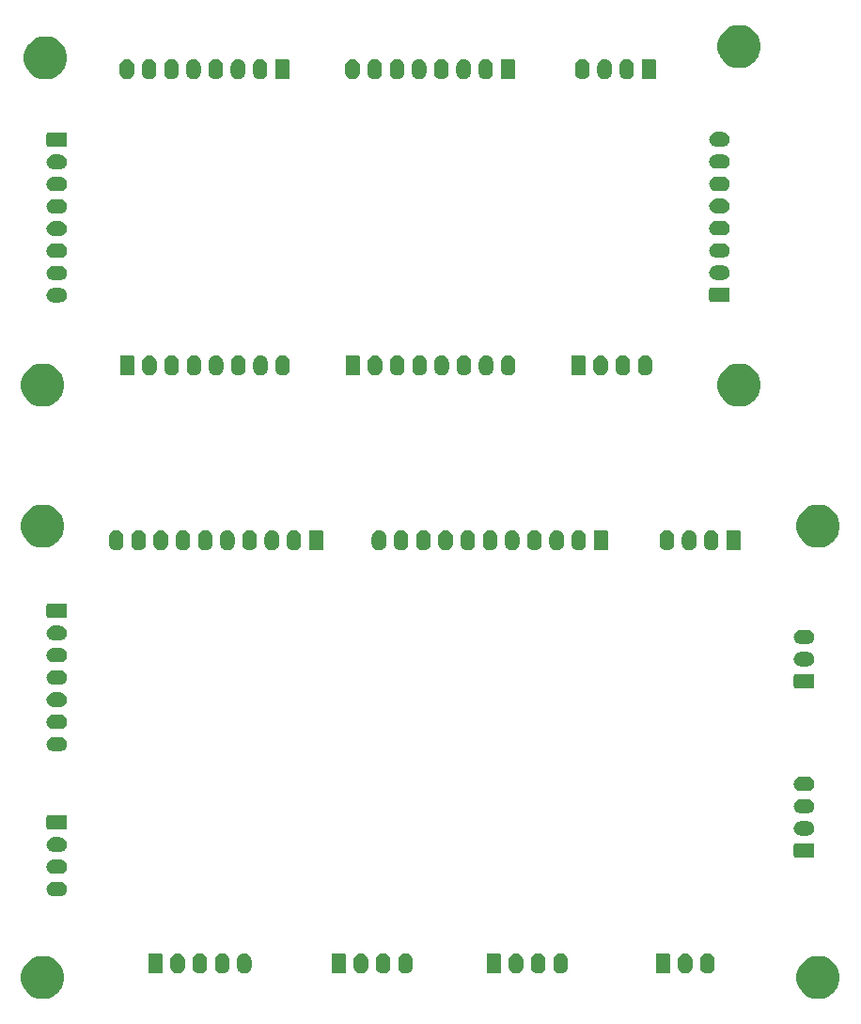
<source format=gbr>
G04 #@! TF.GenerationSoftware,KiCad,Pcbnew,(5.1.2-1)-1*
G04 #@! TF.CreationDate,2019-08-25T21:24:03+10:00*
G04 #@! TF.ProjectId,Bus,4275732e-6b69-4636-9164-5f7063625858,rev?*
G04 #@! TF.SameCoordinates,Original*
G04 #@! TF.FileFunction,Soldermask,Top*
G04 #@! TF.FilePolarity,Negative*
%FSLAX46Y46*%
G04 Gerber Fmt 4.6, Leading zero omitted, Abs format (unit mm)*
G04 Created by KiCad (PCBNEW (5.1.2-1)-1) date 2019-08-25 21:24:03*
%MOMM*%
%LPD*%
G04 APERTURE LIST*
%ADD10C,0.100000*%
G04 APERTURE END LIST*
D10*
G36*
X171255626Y-129700783D02*
G01*
X171438831Y-129776669D01*
X171609777Y-129847477D01*
X171928503Y-130060443D01*
X172199557Y-130331497D01*
X172384961Y-130608974D01*
X172412524Y-130650225D01*
X172559217Y-131004374D01*
X172634000Y-131380334D01*
X172634000Y-131763666D01*
X172559217Y-132139626D01*
X172412524Y-132493775D01*
X172412523Y-132493777D01*
X172199557Y-132812503D01*
X171928503Y-133083557D01*
X171609777Y-133296523D01*
X171609776Y-133296524D01*
X171609775Y-133296524D01*
X171255626Y-133443217D01*
X170879666Y-133518000D01*
X170496334Y-133518000D01*
X170120374Y-133443217D01*
X169766225Y-133296524D01*
X169766224Y-133296524D01*
X169766223Y-133296523D01*
X169447497Y-133083557D01*
X169176443Y-132812503D01*
X168963477Y-132493777D01*
X168963476Y-132493775D01*
X168816783Y-132139626D01*
X168742000Y-131763666D01*
X168742000Y-131380334D01*
X168816783Y-131004374D01*
X168963476Y-130650225D01*
X168991039Y-130608974D01*
X169176443Y-130331497D01*
X169447497Y-130060443D01*
X169766223Y-129847477D01*
X169937169Y-129776669D01*
X170120374Y-129700783D01*
X170496334Y-129626000D01*
X170879666Y-129626000D01*
X171255626Y-129700783D01*
X171255626Y-129700783D01*
G37*
G36*
X101405626Y-129700783D02*
G01*
X101588831Y-129776669D01*
X101759777Y-129847477D01*
X102078503Y-130060443D01*
X102349557Y-130331497D01*
X102534961Y-130608974D01*
X102562524Y-130650225D01*
X102709217Y-131004374D01*
X102784000Y-131380334D01*
X102784000Y-131763666D01*
X102709217Y-132139626D01*
X102562524Y-132493775D01*
X102562523Y-132493777D01*
X102349557Y-132812503D01*
X102078503Y-133083557D01*
X101759777Y-133296523D01*
X101759776Y-133296524D01*
X101759775Y-133296524D01*
X101405626Y-133443217D01*
X101029666Y-133518000D01*
X100646334Y-133518000D01*
X100270374Y-133443217D01*
X99916225Y-133296524D01*
X99916224Y-133296524D01*
X99916223Y-133296523D01*
X99597497Y-133083557D01*
X99326443Y-132812503D01*
X99113477Y-132493777D01*
X99113476Y-132493775D01*
X98966783Y-132139626D01*
X98892000Y-131763666D01*
X98892000Y-131380334D01*
X98966783Y-131004374D01*
X99113476Y-130650225D01*
X99141039Y-130608974D01*
X99326443Y-130331497D01*
X99597497Y-130060443D01*
X99916223Y-129847477D01*
X100087169Y-129776669D01*
X100270374Y-129700783D01*
X100646334Y-129626000D01*
X101029666Y-129626000D01*
X101405626Y-129700783D01*
X101405626Y-129700783D01*
G37*
G36*
X117125617Y-129385420D02*
G01*
X117206399Y-129409925D01*
X117248335Y-129422646D01*
X117361424Y-129483094D01*
X117460554Y-129564447D01*
X117541906Y-129663575D01*
X117602354Y-129776664D01*
X117612040Y-129808596D01*
X117639580Y-129899382D01*
X117649000Y-129995027D01*
X117649000Y-130608973D01*
X117639580Y-130704618D01*
X117612040Y-130795404D01*
X117602354Y-130827336D01*
X117541906Y-130940425D01*
X117460554Y-131039554D01*
X117361425Y-131120906D01*
X117248336Y-131181354D01*
X117216404Y-131191040D01*
X117125618Y-131218580D01*
X116998000Y-131231149D01*
X116870383Y-131218580D01*
X116779597Y-131191040D01*
X116747665Y-131181354D01*
X116634576Y-131120906D01*
X116535447Y-131039554D01*
X116454096Y-130940427D01*
X116454095Y-130940425D01*
X116393647Y-130827336D01*
X116393645Y-130827333D01*
X116381237Y-130786427D01*
X116356420Y-130704618D01*
X116347000Y-130608973D01*
X116347000Y-129995028D01*
X116356420Y-129899383D01*
X116393645Y-129776669D01*
X116393646Y-129776665D01*
X116454094Y-129663576D01*
X116535447Y-129564446D01*
X116634575Y-129483094D01*
X116747664Y-129422646D01*
X116789600Y-129409925D01*
X116870382Y-129385420D01*
X116998000Y-129372851D01*
X117125617Y-129385420D01*
X117125617Y-129385420D01*
G37*
G36*
X119125617Y-129385420D02*
G01*
X119206399Y-129409925D01*
X119248335Y-129422646D01*
X119361424Y-129483094D01*
X119460554Y-129564447D01*
X119541906Y-129663575D01*
X119602354Y-129776664D01*
X119612040Y-129808596D01*
X119639580Y-129899382D01*
X119649000Y-129995027D01*
X119649000Y-130608973D01*
X119639580Y-130704618D01*
X119612040Y-130795404D01*
X119602354Y-130827336D01*
X119541906Y-130940425D01*
X119460554Y-131039554D01*
X119361425Y-131120906D01*
X119248336Y-131181354D01*
X119216404Y-131191040D01*
X119125618Y-131218580D01*
X118998000Y-131231149D01*
X118870383Y-131218580D01*
X118779597Y-131191040D01*
X118747665Y-131181354D01*
X118634576Y-131120906D01*
X118535447Y-131039554D01*
X118454096Y-130940427D01*
X118454095Y-130940425D01*
X118393647Y-130827336D01*
X118393645Y-130827333D01*
X118381237Y-130786427D01*
X118356420Y-130704618D01*
X118347000Y-130608973D01*
X118347000Y-129995028D01*
X118356420Y-129899383D01*
X118393645Y-129776669D01*
X118393646Y-129776665D01*
X118454094Y-129663576D01*
X118535447Y-129564446D01*
X118634575Y-129483094D01*
X118747664Y-129422646D01*
X118789600Y-129409925D01*
X118870382Y-129385420D01*
X118998000Y-129372851D01*
X119125617Y-129385420D01*
X119125617Y-129385420D01*
G37*
G36*
X129635617Y-129385420D02*
G01*
X129716399Y-129409925D01*
X129758335Y-129422646D01*
X129871424Y-129483094D01*
X129970554Y-129564447D01*
X130051906Y-129663575D01*
X130112354Y-129776664D01*
X130122040Y-129808596D01*
X130149580Y-129899382D01*
X130159000Y-129995027D01*
X130159000Y-130608973D01*
X130149580Y-130704618D01*
X130122040Y-130795404D01*
X130112354Y-130827336D01*
X130051906Y-130940425D01*
X129970554Y-131039554D01*
X129871425Y-131120906D01*
X129758336Y-131181354D01*
X129726404Y-131191040D01*
X129635618Y-131218580D01*
X129508000Y-131231149D01*
X129380383Y-131218580D01*
X129289597Y-131191040D01*
X129257665Y-131181354D01*
X129144576Y-131120906D01*
X129045447Y-131039554D01*
X128964096Y-130940427D01*
X128964095Y-130940425D01*
X128903647Y-130827336D01*
X128903645Y-130827333D01*
X128891237Y-130786427D01*
X128866420Y-130704618D01*
X128857000Y-130608973D01*
X128857000Y-129995028D01*
X128866420Y-129899383D01*
X128903645Y-129776669D01*
X128903646Y-129776665D01*
X128964094Y-129663576D01*
X129045447Y-129564446D01*
X129144575Y-129483094D01*
X129257664Y-129422646D01*
X129299600Y-129409925D01*
X129380382Y-129385420D01*
X129508000Y-129372851D01*
X129635617Y-129385420D01*
X129635617Y-129385420D01*
G37*
G36*
X131635617Y-129385420D02*
G01*
X131716399Y-129409925D01*
X131758335Y-129422646D01*
X131871424Y-129483094D01*
X131970554Y-129564447D01*
X132051906Y-129663575D01*
X132112354Y-129776664D01*
X132122040Y-129808596D01*
X132149580Y-129899382D01*
X132159000Y-129995027D01*
X132159000Y-130608973D01*
X132149580Y-130704618D01*
X132122040Y-130795404D01*
X132112354Y-130827336D01*
X132051906Y-130940425D01*
X131970554Y-131039554D01*
X131871425Y-131120906D01*
X131758336Y-131181354D01*
X131726404Y-131191040D01*
X131635618Y-131218580D01*
X131508000Y-131231149D01*
X131380383Y-131218580D01*
X131289597Y-131191040D01*
X131257665Y-131181354D01*
X131144576Y-131120906D01*
X131045447Y-131039554D01*
X130964096Y-130940427D01*
X130964095Y-130940425D01*
X130903647Y-130827336D01*
X130903645Y-130827333D01*
X130891237Y-130786427D01*
X130866420Y-130704618D01*
X130857000Y-130608973D01*
X130857000Y-129995028D01*
X130866420Y-129899383D01*
X130903645Y-129776669D01*
X130903646Y-129776665D01*
X130964094Y-129663576D01*
X131045447Y-129564446D01*
X131144575Y-129483094D01*
X131257664Y-129422646D01*
X131299600Y-129409925D01*
X131380382Y-129385420D01*
X131508000Y-129372851D01*
X131635617Y-129385420D01*
X131635617Y-129385420D01*
G37*
G36*
X133635617Y-129385420D02*
G01*
X133716399Y-129409925D01*
X133758335Y-129422646D01*
X133871424Y-129483094D01*
X133970554Y-129564447D01*
X134051906Y-129663575D01*
X134112354Y-129776664D01*
X134122040Y-129808596D01*
X134149580Y-129899382D01*
X134159000Y-129995027D01*
X134159000Y-130608973D01*
X134149580Y-130704618D01*
X134122040Y-130795404D01*
X134112354Y-130827336D01*
X134051906Y-130940425D01*
X133970554Y-131039554D01*
X133871425Y-131120906D01*
X133758336Y-131181354D01*
X133726404Y-131191040D01*
X133635618Y-131218580D01*
X133508000Y-131231149D01*
X133380383Y-131218580D01*
X133289597Y-131191040D01*
X133257665Y-131181354D01*
X133144576Y-131120906D01*
X133045447Y-131039554D01*
X132964096Y-130940427D01*
X132964095Y-130940425D01*
X132903647Y-130827336D01*
X132903645Y-130827333D01*
X132891237Y-130786427D01*
X132866420Y-130704618D01*
X132857000Y-130608973D01*
X132857000Y-129995028D01*
X132866420Y-129899383D01*
X132903645Y-129776669D01*
X132903646Y-129776665D01*
X132964094Y-129663576D01*
X133045447Y-129564446D01*
X133144575Y-129483094D01*
X133257664Y-129422646D01*
X133299600Y-129409925D01*
X133380382Y-129385420D01*
X133508000Y-129372851D01*
X133635617Y-129385420D01*
X133635617Y-129385420D01*
G37*
G36*
X143605617Y-129385420D02*
G01*
X143686399Y-129409925D01*
X143728335Y-129422646D01*
X143841424Y-129483094D01*
X143940554Y-129564447D01*
X144021906Y-129663575D01*
X144082354Y-129776664D01*
X144092040Y-129808596D01*
X144119580Y-129899382D01*
X144129000Y-129995027D01*
X144129000Y-130608973D01*
X144119580Y-130704618D01*
X144092040Y-130795404D01*
X144082354Y-130827336D01*
X144021906Y-130940425D01*
X143940554Y-131039554D01*
X143841425Y-131120906D01*
X143728336Y-131181354D01*
X143696404Y-131191040D01*
X143605618Y-131218580D01*
X143478000Y-131231149D01*
X143350383Y-131218580D01*
X143259597Y-131191040D01*
X143227665Y-131181354D01*
X143114576Y-131120906D01*
X143015447Y-131039554D01*
X142934096Y-130940427D01*
X142934095Y-130940425D01*
X142873647Y-130827336D01*
X142873645Y-130827333D01*
X142861237Y-130786427D01*
X142836420Y-130704618D01*
X142827000Y-130608973D01*
X142827000Y-129995028D01*
X142836420Y-129899383D01*
X142873645Y-129776669D01*
X142873646Y-129776665D01*
X142934094Y-129663576D01*
X143015447Y-129564446D01*
X143114575Y-129483094D01*
X143227664Y-129422646D01*
X143269600Y-129409925D01*
X143350382Y-129385420D01*
X143478000Y-129372851D01*
X143605617Y-129385420D01*
X143605617Y-129385420D01*
G37*
G36*
X145605617Y-129385420D02*
G01*
X145686399Y-129409925D01*
X145728335Y-129422646D01*
X145841424Y-129483094D01*
X145940554Y-129564447D01*
X146021906Y-129663575D01*
X146082354Y-129776664D01*
X146092040Y-129808596D01*
X146119580Y-129899382D01*
X146129000Y-129995027D01*
X146129000Y-130608973D01*
X146119580Y-130704618D01*
X146092040Y-130795404D01*
X146082354Y-130827336D01*
X146021906Y-130940425D01*
X145940554Y-131039554D01*
X145841425Y-131120906D01*
X145728336Y-131181354D01*
X145696404Y-131191040D01*
X145605618Y-131218580D01*
X145478000Y-131231149D01*
X145350383Y-131218580D01*
X145259597Y-131191040D01*
X145227665Y-131181354D01*
X145114576Y-131120906D01*
X145015447Y-131039554D01*
X144934096Y-130940427D01*
X144934095Y-130940425D01*
X144873647Y-130827336D01*
X144873645Y-130827333D01*
X144861237Y-130786427D01*
X144836420Y-130704618D01*
X144827000Y-130608973D01*
X144827000Y-129995028D01*
X144836420Y-129899383D01*
X144873645Y-129776669D01*
X144873646Y-129776665D01*
X144934094Y-129663576D01*
X145015447Y-129564446D01*
X145114575Y-129483094D01*
X145227664Y-129422646D01*
X145269600Y-129409925D01*
X145350382Y-129385420D01*
X145478000Y-129372851D01*
X145605617Y-129385420D01*
X145605617Y-129385420D01*
G37*
G36*
X147605617Y-129385420D02*
G01*
X147686399Y-129409925D01*
X147728335Y-129422646D01*
X147841424Y-129483094D01*
X147940554Y-129564447D01*
X148021906Y-129663575D01*
X148082354Y-129776664D01*
X148092040Y-129808596D01*
X148119580Y-129899382D01*
X148129000Y-129995027D01*
X148129000Y-130608973D01*
X148119580Y-130704618D01*
X148092040Y-130795404D01*
X148082354Y-130827336D01*
X148021906Y-130940425D01*
X147940554Y-131039554D01*
X147841425Y-131120906D01*
X147728336Y-131181354D01*
X147696404Y-131191040D01*
X147605618Y-131218580D01*
X147478000Y-131231149D01*
X147350383Y-131218580D01*
X147259597Y-131191040D01*
X147227665Y-131181354D01*
X147114576Y-131120906D01*
X147015447Y-131039554D01*
X146934096Y-130940427D01*
X146934095Y-130940425D01*
X146873647Y-130827336D01*
X146873645Y-130827333D01*
X146861237Y-130786427D01*
X146836420Y-130704618D01*
X146827000Y-130608973D01*
X146827000Y-129995028D01*
X146836420Y-129899383D01*
X146873645Y-129776669D01*
X146873646Y-129776665D01*
X146934094Y-129663576D01*
X147015447Y-129564446D01*
X147114575Y-129483094D01*
X147227664Y-129422646D01*
X147269600Y-129409925D01*
X147350382Y-129385420D01*
X147478000Y-129372851D01*
X147605617Y-129385420D01*
X147605617Y-129385420D01*
G37*
G36*
X158845617Y-129385420D02*
G01*
X158926399Y-129409925D01*
X158968335Y-129422646D01*
X159081424Y-129483094D01*
X159180554Y-129564447D01*
X159261906Y-129663575D01*
X159322354Y-129776664D01*
X159332040Y-129808596D01*
X159359580Y-129899382D01*
X159369000Y-129995027D01*
X159369000Y-130608973D01*
X159359580Y-130704618D01*
X159332040Y-130795404D01*
X159322354Y-130827336D01*
X159261906Y-130940425D01*
X159180554Y-131039554D01*
X159081425Y-131120906D01*
X158968336Y-131181354D01*
X158936404Y-131191040D01*
X158845618Y-131218580D01*
X158718000Y-131231149D01*
X158590383Y-131218580D01*
X158499597Y-131191040D01*
X158467665Y-131181354D01*
X158354576Y-131120906D01*
X158255447Y-131039554D01*
X158174096Y-130940427D01*
X158174095Y-130940425D01*
X158113647Y-130827336D01*
X158113645Y-130827333D01*
X158101237Y-130786427D01*
X158076420Y-130704618D01*
X158067000Y-130608973D01*
X158067000Y-129995028D01*
X158076420Y-129899383D01*
X158113645Y-129776669D01*
X158113646Y-129776665D01*
X158174094Y-129663576D01*
X158255447Y-129564446D01*
X158354575Y-129483094D01*
X158467664Y-129422646D01*
X158509600Y-129409925D01*
X158590382Y-129385420D01*
X158718000Y-129372851D01*
X158845617Y-129385420D01*
X158845617Y-129385420D01*
G37*
G36*
X160845617Y-129385420D02*
G01*
X160926399Y-129409925D01*
X160968335Y-129422646D01*
X161081424Y-129483094D01*
X161180554Y-129564447D01*
X161261906Y-129663575D01*
X161322354Y-129776664D01*
X161332040Y-129808596D01*
X161359580Y-129899382D01*
X161369000Y-129995027D01*
X161369000Y-130608973D01*
X161359580Y-130704618D01*
X161332040Y-130795404D01*
X161322354Y-130827336D01*
X161261906Y-130940425D01*
X161180554Y-131039554D01*
X161081425Y-131120906D01*
X160968336Y-131181354D01*
X160936404Y-131191040D01*
X160845618Y-131218580D01*
X160718000Y-131231149D01*
X160590383Y-131218580D01*
X160499597Y-131191040D01*
X160467665Y-131181354D01*
X160354576Y-131120906D01*
X160255447Y-131039554D01*
X160174096Y-130940427D01*
X160174095Y-130940425D01*
X160113647Y-130827336D01*
X160113645Y-130827333D01*
X160101237Y-130786427D01*
X160076420Y-130704618D01*
X160067000Y-130608973D01*
X160067000Y-129995028D01*
X160076420Y-129899383D01*
X160113645Y-129776669D01*
X160113646Y-129776665D01*
X160174094Y-129663576D01*
X160255447Y-129564446D01*
X160354575Y-129483094D01*
X160467664Y-129422646D01*
X160509600Y-129409925D01*
X160590382Y-129385420D01*
X160718000Y-129372851D01*
X160845617Y-129385420D01*
X160845617Y-129385420D01*
G37*
G36*
X115125617Y-129385420D02*
G01*
X115206399Y-129409925D01*
X115248335Y-129422646D01*
X115361424Y-129483094D01*
X115460554Y-129564447D01*
X115541906Y-129663575D01*
X115602354Y-129776664D01*
X115612040Y-129808596D01*
X115639580Y-129899382D01*
X115649000Y-129995027D01*
X115649000Y-130608973D01*
X115639580Y-130704618D01*
X115612040Y-130795404D01*
X115602354Y-130827336D01*
X115541906Y-130940425D01*
X115460554Y-131039554D01*
X115361425Y-131120906D01*
X115248336Y-131181354D01*
X115216404Y-131191040D01*
X115125618Y-131218580D01*
X114998000Y-131231149D01*
X114870383Y-131218580D01*
X114779597Y-131191040D01*
X114747665Y-131181354D01*
X114634576Y-131120906D01*
X114535447Y-131039554D01*
X114454096Y-130940427D01*
X114454095Y-130940425D01*
X114393647Y-130827336D01*
X114393645Y-130827333D01*
X114381237Y-130786427D01*
X114356420Y-130704618D01*
X114347000Y-130608973D01*
X114347000Y-129995028D01*
X114356420Y-129899383D01*
X114393645Y-129776669D01*
X114393646Y-129776665D01*
X114454094Y-129663576D01*
X114535447Y-129564446D01*
X114634575Y-129483094D01*
X114747664Y-129422646D01*
X114789600Y-129409925D01*
X114870382Y-129385420D01*
X114998000Y-129372851D01*
X115125617Y-129385420D01*
X115125617Y-129385420D01*
G37*
G36*
X113125617Y-129385420D02*
G01*
X113206399Y-129409925D01*
X113248335Y-129422646D01*
X113361424Y-129483094D01*
X113460554Y-129564447D01*
X113541906Y-129663575D01*
X113602354Y-129776664D01*
X113612040Y-129808596D01*
X113639580Y-129899382D01*
X113649000Y-129995027D01*
X113649000Y-130608973D01*
X113639580Y-130704618D01*
X113612040Y-130795404D01*
X113602354Y-130827336D01*
X113541906Y-130940425D01*
X113460554Y-131039554D01*
X113361425Y-131120906D01*
X113248336Y-131181354D01*
X113216404Y-131191040D01*
X113125618Y-131218580D01*
X112998000Y-131231149D01*
X112870383Y-131218580D01*
X112779597Y-131191040D01*
X112747665Y-131181354D01*
X112634576Y-131120906D01*
X112535447Y-131039554D01*
X112454096Y-130940427D01*
X112454095Y-130940425D01*
X112393647Y-130827336D01*
X112393645Y-130827333D01*
X112381237Y-130786427D01*
X112356420Y-130704618D01*
X112347000Y-130608973D01*
X112347000Y-129995028D01*
X112356420Y-129899383D01*
X112393645Y-129776669D01*
X112393646Y-129776665D01*
X112454094Y-129663576D01*
X112535447Y-129564446D01*
X112634575Y-129483094D01*
X112747664Y-129422646D01*
X112789600Y-129409925D01*
X112870382Y-129385420D01*
X112998000Y-129372851D01*
X113125617Y-129385420D01*
X113125617Y-129385420D01*
G37*
G36*
X157209242Y-129380404D02*
G01*
X157246337Y-129391657D01*
X157280515Y-129409925D01*
X157310481Y-129434519D01*
X157335075Y-129464485D01*
X157353343Y-129498663D01*
X157364596Y-129535758D01*
X157369000Y-129580474D01*
X157369000Y-131023526D01*
X157364596Y-131068242D01*
X157353343Y-131105337D01*
X157335075Y-131139515D01*
X157310481Y-131169481D01*
X157280515Y-131194075D01*
X157246337Y-131212343D01*
X157209242Y-131223596D01*
X157164526Y-131228000D01*
X156271474Y-131228000D01*
X156226758Y-131223596D01*
X156189663Y-131212343D01*
X156155485Y-131194075D01*
X156125519Y-131169481D01*
X156100925Y-131139515D01*
X156082657Y-131105337D01*
X156071404Y-131068242D01*
X156067000Y-131023526D01*
X156067000Y-129580474D01*
X156071404Y-129535758D01*
X156082657Y-129498663D01*
X156100925Y-129464485D01*
X156125519Y-129434519D01*
X156155485Y-129409925D01*
X156189663Y-129391657D01*
X156226758Y-129380404D01*
X156271474Y-129376000D01*
X157164526Y-129376000D01*
X157209242Y-129380404D01*
X157209242Y-129380404D01*
G37*
G36*
X141969242Y-129380404D02*
G01*
X142006337Y-129391657D01*
X142040515Y-129409925D01*
X142070481Y-129434519D01*
X142095075Y-129464485D01*
X142113343Y-129498663D01*
X142124596Y-129535758D01*
X142129000Y-129580474D01*
X142129000Y-131023526D01*
X142124596Y-131068242D01*
X142113343Y-131105337D01*
X142095075Y-131139515D01*
X142070481Y-131169481D01*
X142040515Y-131194075D01*
X142006337Y-131212343D01*
X141969242Y-131223596D01*
X141924526Y-131228000D01*
X141031474Y-131228000D01*
X140986758Y-131223596D01*
X140949663Y-131212343D01*
X140915485Y-131194075D01*
X140885519Y-131169481D01*
X140860925Y-131139515D01*
X140842657Y-131105337D01*
X140831404Y-131068242D01*
X140827000Y-131023526D01*
X140827000Y-129580474D01*
X140831404Y-129535758D01*
X140842657Y-129498663D01*
X140860925Y-129464485D01*
X140885519Y-129434519D01*
X140915485Y-129409925D01*
X140949663Y-129391657D01*
X140986758Y-129380404D01*
X141031474Y-129376000D01*
X141924526Y-129376000D01*
X141969242Y-129380404D01*
X141969242Y-129380404D01*
G37*
G36*
X127999242Y-129380404D02*
G01*
X128036337Y-129391657D01*
X128070515Y-129409925D01*
X128100481Y-129434519D01*
X128125075Y-129464485D01*
X128143343Y-129498663D01*
X128154596Y-129535758D01*
X128159000Y-129580474D01*
X128159000Y-131023526D01*
X128154596Y-131068242D01*
X128143343Y-131105337D01*
X128125075Y-131139515D01*
X128100481Y-131169481D01*
X128070515Y-131194075D01*
X128036337Y-131212343D01*
X127999242Y-131223596D01*
X127954526Y-131228000D01*
X127061474Y-131228000D01*
X127016758Y-131223596D01*
X126979663Y-131212343D01*
X126945485Y-131194075D01*
X126915519Y-131169481D01*
X126890925Y-131139515D01*
X126872657Y-131105337D01*
X126861404Y-131068242D01*
X126857000Y-131023526D01*
X126857000Y-129580474D01*
X126861404Y-129535758D01*
X126872657Y-129498663D01*
X126890925Y-129464485D01*
X126915519Y-129434519D01*
X126945485Y-129409925D01*
X126979663Y-129391657D01*
X127016758Y-129380404D01*
X127061474Y-129376000D01*
X127954526Y-129376000D01*
X127999242Y-129380404D01*
X127999242Y-129380404D01*
G37*
G36*
X111489242Y-129380404D02*
G01*
X111526337Y-129391657D01*
X111560515Y-129409925D01*
X111590481Y-129434519D01*
X111615075Y-129464485D01*
X111633343Y-129498663D01*
X111644596Y-129535758D01*
X111649000Y-129580474D01*
X111649000Y-131023526D01*
X111644596Y-131068242D01*
X111633343Y-131105337D01*
X111615075Y-131139515D01*
X111590481Y-131169481D01*
X111560515Y-131194075D01*
X111526337Y-131212343D01*
X111489242Y-131223596D01*
X111444526Y-131228000D01*
X110551474Y-131228000D01*
X110506758Y-131223596D01*
X110469663Y-131212343D01*
X110435485Y-131194075D01*
X110405519Y-131169481D01*
X110380925Y-131139515D01*
X110362657Y-131105337D01*
X110351404Y-131068242D01*
X110347000Y-131023526D01*
X110347000Y-129580474D01*
X110351404Y-129535758D01*
X110362657Y-129498663D01*
X110380925Y-129464485D01*
X110405519Y-129434519D01*
X110435485Y-129409925D01*
X110469663Y-129391657D01*
X110506758Y-129380404D01*
X110551474Y-129376000D01*
X111444526Y-129376000D01*
X111489242Y-129380404D01*
X111489242Y-129380404D01*
G37*
G36*
X102446855Y-122954140D02*
G01*
X102510618Y-122960420D01*
X102601404Y-122987960D01*
X102633336Y-122997646D01*
X102746425Y-123058094D01*
X102845554Y-123139446D01*
X102926906Y-123238575D01*
X102987354Y-123351664D01*
X102987355Y-123351668D01*
X103024580Y-123474382D01*
X103037149Y-123602000D01*
X103024580Y-123729618D01*
X102997040Y-123820404D01*
X102987354Y-123852336D01*
X102926906Y-123965425D01*
X102845554Y-124064554D01*
X102746425Y-124145906D01*
X102633336Y-124206354D01*
X102601404Y-124216040D01*
X102510618Y-124243580D01*
X102446855Y-124249860D01*
X102414974Y-124253000D01*
X101801026Y-124253000D01*
X101769145Y-124249860D01*
X101705382Y-124243580D01*
X101614596Y-124216040D01*
X101582664Y-124206354D01*
X101469575Y-124145906D01*
X101370446Y-124064554D01*
X101289094Y-123965425D01*
X101228646Y-123852336D01*
X101218960Y-123820404D01*
X101191420Y-123729618D01*
X101178851Y-123602000D01*
X101191420Y-123474382D01*
X101228645Y-123351668D01*
X101228646Y-123351664D01*
X101289094Y-123238575D01*
X101370446Y-123139446D01*
X101469575Y-123058094D01*
X101582664Y-122997646D01*
X101614596Y-122987960D01*
X101705382Y-122960420D01*
X101769145Y-122954140D01*
X101801026Y-122951000D01*
X102414974Y-122951000D01*
X102446855Y-122954140D01*
X102446855Y-122954140D01*
G37*
G36*
X102446855Y-120954140D02*
G01*
X102510618Y-120960420D01*
X102601404Y-120987960D01*
X102633336Y-120997646D01*
X102746425Y-121058094D01*
X102845554Y-121139446D01*
X102926906Y-121238575D01*
X102987354Y-121351664D01*
X102987355Y-121351668D01*
X103024580Y-121474382D01*
X103037149Y-121602000D01*
X103024580Y-121729618D01*
X102997040Y-121820404D01*
X102987354Y-121852336D01*
X102926906Y-121965425D01*
X102845554Y-122064554D01*
X102746425Y-122145906D01*
X102633336Y-122206354D01*
X102601404Y-122216040D01*
X102510618Y-122243580D01*
X102446855Y-122249860D01*
X102414974Y-122253000D01*
X101801026Y-122253000D01*
X101769145Y-122249860D01*
X101705382Y-122243580D01*
X101614596Y-122216040D01*
X101582664Y-122206354D01*
X101469575Y-122145906D01*
X101370446Y-122064554D01*
X101289094Y-121965425D01*
X101228646Y-121852336D01*
X101218960Y-121820404D01*
X101191420Y-121729618D01*
X101178851Y-121602000D01*
X101191420Y-121474382D01*
X101228645Y-121351668D01*
X101228646Y-121351664D01*
X101289094Y-121238575D01*
X101370446Y-121139446D01*
X101469575Y-121058094D01*
X101582664Y-120997646D01*
X101614596Y-120987960D01*
X101705382Y-120960420D01*
X101769145Y-120954140D01*
X101801026Y-120951000D01*
X102414974Y-120951000D01*
X102446855Y-120954140D01*
X102446855Y-120954140D01*
G37*
G36*
X170184242Y-119495404D02*
G01*
X170221337Y-119506657D01*
X170255515Y-119524925D01*
X170285481Y-119549519D01*
X170310075Y-119579485D01*
X170328343Y-119613663D01*
X170339596Y-119650758D01*
X170344000Y-119695474D01*
X170344000Y-120588526D01*
X170339596Y-120633242D01*
X170328343Y-120670337D01*
X170310075Y-120704515D01*
X170285481Y-120734481D01*
X170255515Y-120759075D01*
X170221337Y-120777343D01*
X170184242Y-120788596D01*
X170139526Y-120793000D01*
X168696474Y-120793000D01*
X168651758Y-120788596D01*
X168614663Y-120777343D01*
X168580485Y-120759075D01*
X168550519Y-120734481D01*
X168525925Y-120704515D01*
X168507657Y-120670337D01*
X168496404Y-120633242D01*
X168492000Y-120588526D01*
X168492000Y-119695474D01*
X168496404Y-119650758D01*
X168507657Y-119613663D01*
X168525925Y-119579485D01*
X168550519Y-119549519D01*
X168580485Y-119524925D01*
X168614663Y-119506657D01*
X168651758Y-119495404D01*
X168696474Y-119491000D01*
X170139526Y-119491000D01*
X170184242Y-119495404D01*
X170184242Y-119495404D01*
G37*
G36*
X102446855Y-118954140D02*
G01*
X102510618Y-118960420D01*
X102601404Y-118987960D01*
X102633336Y-118997646D01*
X102746425Y-119058094D01*
X102845554Y-119139446D01*
X102926906Y-119238575D01*
X102987354Y-119351664D01*
X102987355Y-119351668D01*
X103024580Y-119474382D01*
X103037149Y-119602000D01*
X103024580Y-119729618D01*
X103014681Y-119762249D01*
X102987354Y-119852336D01*
X102926906Y-119965425D01*
X102845554Y-120064554D01*
X102746425Y-120145906D01*
X102633336Y-120206354D01*
X102601404Y-120216040D01*
X102510618Y-120243580D01*
X102446855Y-120249860D01*
X102414974Y-120253000D01*
X101801026Y-120253000D01*
X101769145Y-120249860D01*
X101705382Y-120243580D01*
X101614596Y-120216040D01*
X101582664Y-120206354D01*
X101469575Y-120145906D01*
X101370446Y-120064554D01*
X101289094Y-119965425D01*
X101228646Y-119852336D01*
X101201319Y-119762249D01*
X101191420Y-119729618D01*
X101178851Y-119602000D01*
X101191420Y-119474382D01*
X101228645Y-119351668D01*
X101228646Y-119351664D01*
X101289094Y-119238575D01*
X101370446Y-119139446D01*
X101469575Y-119058094D01*
X101582664Y-118997646D01*
X101614596Y-118987960D01*
X101705382Y-118960420D01*
X101769145Y-118954140D01*
X101801026Y-118951000D01*
X102414974Y-118951000D01*
X102446855Y-118954140D01*
X102446855Y-118954140D01*
G37*
G36*
X169756855Y-117494140D02*
G01*
X169820618Y-117500420D01*
X169911404Y-117527960D01*
X169943336Y-117537646D01*
X170056425Y-117598094D01*
X170155554Y-117679446D01*
X170236906Y-117778575D01*
X170297354Y-117891664D01*
X170297355Y-117891668D01*
X170334580Y-118014382D01*
X170347149Y-118142000D01*
X170334580Y-118269618D01*
X170307040Y-118360404D01*
X170297354Y-118392336D01*
X170236906Y-118505425D01*
X170155554Y-118604554D01*
X170056425Y-118685906D01*
X169943336Y-118746354D01*
X169911404Y-118756040D01*
X169820618Y-118783580D01*
X169756855Y-118789860D01*
X169724974Y-118793000D01*
X169111026Y-118793000D01*
X169079145Y-118789860D01*
X169015382Y-118783580D01*
X168924596Y-118756040D01*
X168892664Y-118746354D01*
X168779575Y-118685906D01*
X168680446Y-118604554D01*
X168599094Y-118505425D01*
X168538646Y-118392336D01*
X168528960Y-118360404D01*
X168501420Y-118269618D01*
X168488851Y-118142000D01*
X168501420Y-118014382D01*
X168538645Y-117891668D01*
X168538646Y-117891664D01*
X168599094Y-117778575D01*
X168680446Y-117679446D01*
X168779575Y-117598094D01*
X168892664Y-117537646D01*
X168924596Y-117527960D01*
X169015382Y-117500420D01*
X169079145Y-117494140D01*
X169111026Y-117491000D01*
X169724974Y-117491000D01*
X169756855Y-117494140D01*
X169756855Y-117494140D01*
G37*
G36*
X102874242Y-116955404D02*
G01*
X102911337Y-116966657D01*
X102945515Y-116984925D01*
X102975481Y-117009519D01*
X103000075Y-117039485D01*
X103018343Y-117073663D01*
X103029596Y-117110758D01*
X103034000Y-117155474D01*
X103034000Y-118048526D01*
X103029596Y-118093242D01*
X103018343Y-118130337D01*
X103000075Y-118164515D01*
X102975481Y-118194481D01*
X102945515Y-118219075D01*
X102911337Y-118237343D01*
X102874242Y-118248596D01*
X102829526Y-118253000D01*
X101386474Y-118253000D01*
X101341758Y-118248596D01*
X101304663Y-118237343D01*
X101270485Y-118219075D01*
X101240519Y-118194481D01*
X101215925Y-118164515D01*
X101197657Y-118130337D01*
X101186404Y-118093242D01*
X101182000Y-118048526D01*
X101182000Y-117155474D01*
X101186404Y-117110758D01*
X101197657Y-117073663D01*
X101215925Y-117039485D01*
X101240519Y-117009519D01*
X101270485Y-116984925D01*
X101304663Y-116966657D01*
X101341758Y-116955404D01*
X101386474Y-116951000D01*
X102829526Y-116951000D01*
X102874242Y-116955404D01*
X102874242Y-116955404D01*
G37*
G36*
X169756855Y-115494140D02*
G01*
X169820618Y-115500420D01*
X169911404Y-115527960D01*
X169943336Y-115537646D01*
X170056425Y-115598094D01*
X170155554Y-115679446D01*
X170236906Y-115778575D01*
X170297354Y-115891664D01*
X170297355Y-115891668D01*
X170334580Y-116014382D01*
X170347149Y-116142000D01*
X170334580Y-116269618D01*
X170307040Y-116360404D01*
X170297354Y-116392336D01*
X170236906Y-116505425D01*
X170155554Y-116604554D01*
X170056425Y-116685906D01*
X169943336Y-116746354D01*
X169911404Y-116756040D01*
X169820618Y-116783580D01*
X169756855Y-116789860D01*
X169724974Y-116793000D01*
X169111026Y-116793000D01*
X169079145Y-116789860D01*
X169015382Y-116783580D01*
X168924596Y-116756040D01*
X168892664Y-116746354D01*
X168779575Y-116685906D01*
X168680446Y-116604554D01*
X168599094Y-116505425D01*
X168538646Y-116392336D01*
X168528960Y-116360404D01*
X168501420Y-116269618D01*
X168488851Y-116142000D01*
X168501420Y-116014382D01*
X168538645Y-115891668D01*
X168538646Y-115891664D01*
X168599094Y-115778575D01*
X168680446Y-115679446D01*
X168779575Y-115598094D01*
X168892664Y-115537646D01*
X168924596Y-115527960D01*
X169015382Y-115500420D01*
X169079145Y-115494140D01*
X169111026Y-115491000D01*
X169724974Y-115491000D01*
X169756855Y-115494140D01*
X169756855Y-115494140D01*
G37*
G36*
X169756855Y-113494140D02*
G01*
X169820618Y-113500420D01*
X169911404Y-113527960D01*
X169943336Y-113537646D01*
X170056425Y-113598094D01*
X170155554Y-113679446D01*
X170236906Y-113778575D01*
X170297354Y-113891664D01*
X170297355Y-113891668D01*
X170334580Y-114014382D01*
X170347149Y-114142000D01*
X170334580Y-114269618D01*
X170307040Y-114360404D01*
X170297354Y-114392336D01*
X170236906Y-114505425D01*
X170155554Y-114604554D01*
X170056425Y-114685906D01*
X169943336Y-114746354D01*
X169911404Y-114756040D01*
X169820618Y-114783580D01*
X169756855Y-114789860D01*
X169724974Y-114793000D01*
X169111026Y-114793000D01*
X169079145Y-114789860D01*
X169015382Y-114783580D01*
X168924596Y-114756040D01*
X168892664Y-114746354D01*
X168779575Y-114685906D01*
X168680446Y-114604554D01*
X168599094Y-114505425D01*
X168538646Y-114392336D01*
X168528960Y-114360404D01*
X168501420Y-114269618D01*
X168488851Y-114142000D01*
X168501420Y-114014382D01*
X168538645Y-113891668D01*
X168538646Y-113891664D01*
X168599094Y-113778575D01*
X168680446Y-113679446D01*
X168779575Y-113598094D01*
X168892664Y-113537646D01*
X168924596Y-113527960D01*
X169015382Y-113500420D01*
X169079145Y-113494140D01*
X169111026Y-113491000D01*
X169724974Y-113491000D01*
X169756855Y-113494140D01*
X169756855Y-113494140D01*
G37*
G36*
X102446855Y-109904140D02*
G01*
X102510618Y-109910420D01*
X102601404Y-109937960D01*
X102633336Y-109947646D01*
X102746425Y-110008094D01*
X102845554Y-110089446D01*
X102926906Y-110188575D01*
X102987354Y-110301664D01*
X102987355Y-110301668D01*
X103024580Y-110424382D01*
X103037149Y-110552000D01*
X103024580Y-110679618D01*
X102997040Y-110770404D01*
X102987354Y-110802336D01*
X102926906Y-110915425D01*
X102845554Y-111014554D01*
X102746425Y-111095906D01*
X102633336Y-111156354D01*
X102601404Y-111166040D01*
X102510618Y-111193580D01*
X102446855Y-111199860D01*
X102414974Y-111203000D01*
X101801026Y-111203000D01*
X101769145Y-111199860D01*
X101705382Y-111193580D01*
X101614596Y-111166040D01*
X101582664Y-111156354D01*
X101469575Y-111095906D01*
X101370446Y-111014554D01*
X101289094Y-110915425D01*
X101228646Y-110802336D01*
X101218960Y-110770404D01*
X101191420Y-110679618D01*
X101178851Y-110552000D01*
X101191420Y-110424382D01*
X101228645Y-110301668D01*
X101228646Y-110301664D01*
X101289094Y-110188575D01*
X101370446Y-110089446D01*
X101469575Y-110008094D01*
X101582664Y-109947646D01*
X101614596Y-109937960D01*
X101705382Y-109910420D01*
X101769145Y-109904140D01*
X101801026Y-109901000D01*
X102414974Y-109901000D01*
X102446855Y-109904140D01*
X102446855Y-109904140D01*
G37*
G36*
X102446855Y-107904140D02*
G01*
X102510618Y-107910420D01*
X102601404Y-107937960D01*
X102633336Y-107947646D01*
X102746425Y-108008094D01*
X102845554Y-108089446D01*
X102926906Y-108188575D01*
X102987354Y-108301664D01*
X102987355Y-108301668D01*
X103024580Y-108424382D01*
X103037149Y-108552000D01*
X103024580Y-108679618D01*
X102997040Y-108770404D01*
X102987354Y-108802336D01*
X102926906Y-108915425D01*
X102845554Y-109014554D01*
X102746425Y-109095906D01*
X102633336Y-109156354D01*
X102601404Y-109166040D01*
X102510618Y-109193580D01*
X102446855Y-109199860D01*
X102414974Y-109203000D01*
X101801026Y-109203000D01*
X101769145Y-109199860D01*
X101705382Y-109193580D01*
X101614596Y-109166040D01*
X101582664Y-109156354D01*
X101469575Y-109095906D01*
X101370446Y-109014554D01*
X101289094Y-108915425D01*
X101228646Y-108802336D01*
X101218960Y-108770404D01*
X101191420Y-108679618D01*
X101178851Y-108552000D01*
X101191420Y-108424382D01*
X101228645Y-108301668D01*
X101228646Y-108301664D01*
X101289094Y-108188575D01*
X101370446Y-108089446D01*
X101469575Y-108008094D01*
X101582664Y-107947646D01*
X101614596Y-107937960D01*
X101705382Y-107910420D01*
X101769145Y-107904140D01*
X101801026Y-107901000D01*
X102414974Y-107901000D01*
X102446855Y-107904140D01*
X102446855Y-107904140D01*
G37*
G36*
X102446855Y-105904140D02*
G01*
X102510618Y-105910420D01*
X102601404Y-105937960D01*
X102633336Y-105947646D01*
X102746425Y-106008094D01*
X102845554Y-106089446D01*
X102926906Y-106188575D01*
X102987354Y-106301664D01*
X102987355Y-106301668D01*
X103024580Y-106424382D01*
X103037149Y-106552000D01*
X103024580Y-106679618D01*
X102997040Y-106770404D01*
X102987354Y-106802336D01*
X102926906Y-106915425D01*
X102845554Y-107014554D01*
X102746425Y-107095906D01*
X102633336Y-107156354D01*
X102601404Y-107166040D01*
X102510618Y-107193580D01*
X102446855Y-107199860D01*
X102414974Y-107203000D01*
X101801026Y-107203000D01*
X101769145Y-107199860D01*
X101705382Y-107193580D01*
X101614596Y-107166040D01*
X101582664Y-107156354D01*
X101469575Y-107095906D01*
X101370446Y-107014554D01*
X101289094Y-106915425D01*
X101228646Y-106802336D01*
X101218960Y-106770404D01*
X101191420Y-106679618D01*
X101178851Y-106552000D01*
X101191420Y-106424382D01*
X101228645Y-106301668D01*
X101228646Y-106301664D01*
X101289094Y-106188575D01*
X101370446Y-106089446D01*
X101469575Y-106008094D01*
X101582664Y-105947646D01*
X101614596Y-105937960D01*
X101705382Y-105910420D01*
X101769145Y-105904140D01*
X101801026Y-105901000D01*
X102414974Y-105901000D01*
X102446855Y-105904140D01*
X102446855Y-105904140D01*
G37*
G36*
X170184242Y-104255404D02*
G01*
X170221337Y-104266657D01*
X170255515Y-104284925D01*
X170285481Y-104309519D01*
X170310075Y-104339485D01*
X170328343Y-104373663D01*
X170339596Y-104410758D01*
X170344000Y-104455474D01*
X170344000Y-105348526D01*
X170339596Y-105393242D01*
X170328343Y-105430337D01*
X170310075Y-105464515D01*
X170285481Y-105494481D01*
X170255515Y-105519075D01*
X170221337Y-105537343D01*
X170184242Y-105548596D01*
X170139526Y-105553000D01*
X168696474Y-105553000D01*
X168651758Y-105548596D01*
X168614663Y-105537343D01*
X168580485Y-105519075D01*
X168550519Y-105494481D01*
X168525925Y-105464515D01*
X168507657Y-105430337D01*
X168496404Y-105393242D01*
X168492000Y-105348526D01*
X168492000Y-104455474D01*
X168496404Y-104410758D01*
X168507657Y-104373663D01*
X168525925Y-104339485D01*
X168550519Y-104309519D01*
X168580485Y-104284925D01*
X168614663Y-104266657D01*
X168651758Y-104255404D01*
X168696474Y-104251000D01*
X170139526Y-104251000D01*
X170184242Y-104255404D01*
X170184242Y-104255404D01*
G37*
G36*
X102446855Y-103904140D02*
G01*
X102510618Y-103910420D01*
X102601404Y-103937960D01*
X102633336Y-103947646D01*
X102746425Y-104008094D01*
X102845554Y-104089446D01*
X102926906Y-104188575D01*
X102987354Y-104301664D01*
X102987355Y-104301668D01*
X103024580Y-104424382D01*
X103037149Y-104552000D01*
X103024580Y-104679618D01*
X102997040Y-104770404D01*
X102987354Y-104802336D01*
X102926906Y-104915425D01*
X102845554Y-105014554D01*
X102746425Y-105095906D01*
X102633336Y-105156354D01*
X102601404Y-105166040D01*
X102510618Y-105193580D01*
X102446855Y-105199860D01*
X102414974Y-105203000D01*
X101801026Y-105203000D01*
X101769145Y-105199860D01*
X101705382Y-105193580D01*
X101614596Y-105166040D01*
X101582664Y-105156354D01*
X101469575Y-105095906D01*
X101370446Y-105014554D01*
X101289094Y-104915425D01*
X101228646Y-104802336D01*
X101218960Y-104770404D01*
X101191420Y-104679618D01*
X101178851Y-104552000D01*
X101191420Y-104424382D01*
X101228645Y-104301668D01*
X101228646Y-104301664D01*
X101289094Y-104188575D01*
X101370446Y-104089446D01*
X101469575Y-104008094D01*
X101582664Y-103947646D01*
X101614596Y-103937960D01*
X101705382Y-103910420D01*
X101769145Y-103904140D01*
X101801026Y-103901000D01*
X102414974Y-103901000D01*
X102446855Y-103904140D01*
X102446855Y-103904140D01*
G37*
G36*
X169756855Y-102254140D02*
G01*
X169820618Y-102260420D01*
X169911404Y-102287960D01*
X169943336Y-102297646D01*
X170056425Y-102358094D01*
X170155554Y-102439446D01*
X170236906Y-102538575D01*
X170297354Y-102651664D01*
X170297355Y-102651668D01*
X170334580Y-102774382D01*
X170347149Y-102902000D01*
X170334580Y-103029618D01*
X170314472Y-103095905D01*
X170297354Y-103152336D01*
X170236906Y-103265425D01*
X170155554Y-103364554D01*
X170056425Y-103445906D01*
X169943336Y-103506354D01*
X169911404Y-103516040D01*
X169820618Y-103543580D01*
X169756855Y-103549860D01*
X169724974Y-103553000D01*
X169111026Y-103553000D01*
X169079145Y-103549860D01*
X169015382Y-103543580D01*
X168924596Y-103516040D01*
X168892664Y-103506354D01*
X168779575Y-103445906D01*
X168680446Y-103364554D01*
X168599094Y-103265425D01*
X168538646Y-103152336D01*
X168521528Y-103095905D01*
X168501420Y-103029618D01*
X168488851Y-102902000D01*
X168501420Y-102774382D01*
X168538645Y-102651668D01*
X168538646Y-102651664D01*
X168599094Y-102538575D01*
X168680446Y-102439446D01*
X168779575Y-102358094D01*
X168892664Y-102297646D01*
X168924596Y-102287960D01*
X169015382Y-102260420D01*
X169079145Y-102254140D01*
X169111026Y-102251000D01*
X169724974Y-102251000D01*
X169756855Y-102254140D01*
X169756855Y-102254140D01*
G37*
G36*
X102446855Y-101904140D02*
G01*
X102510618Y-101910420D01*
X102601404Y-101937960D01*
X102633336Y-101947646D01*
X102746425Y-102008094D01*
X102845554Y-102089446D01*
X102926906Y-102188575D01*
X102987354Y-102301664D01*
X102987355Y-102301668D01*
X103024580Y-102424382D01*
X103037149Y-102552000D01*
X103024580Y-102679618D01*
X102997040Y-102770404D01*
X102987354Y-102802336D01*
X102926906Y-102915425D01*
X102845554Y-103014554D01*
X102746425Y-103095906D01*
X102633336Y-103156354D01*
X102601404Y-103166040D01*
X102510618Y-103193580D01*
X102446855Y-103199860D01*
X102414974Y-103203000D01*
X101801026Y-103203000D01*
X101769145Y-103199860D01*
X101705382Y-103193580D01*
X101614596Y-103166040D01*
X101582664Y-103156354D01*
X101469575Y-103095906D01*
X101370446Y-103014554D01*
X101289094Y-102915425D01*
X101228646Y-102802336D01*
X101218960Y-102770404D01*
X101191420Y-102679618D01*
X101178851Y-102552000D01*
X101191420Y-102424382D01*
X101228645Y-102301668D01*
X101228646Y-102301664D01*
X101289094Y-102188575D01*
X101370446Y-102089446D01*
X101469575Y-102008094D01*
X101582664Y-101947646D01*
X101614596Y-101937960D01*
X101705382Y-101910420D01*
X101769145Y-101904140D01*
X101801026Y-101901000D01*
X102414974Y-101901000D01*
X102446855Y-101904140D01*
X102446855Y-101904140D01*
G37*
G36*
X169756855Y-100254140D02*
G01*
X169820618Y-100260420D01*
X169911404Y-100287960D01*
X169943336Y-100297646D01*
X170056425Y-100358094D01*
X170155554Y-100439446D01*
X170236906Y-100538575D01*
X170297354Y-100651664D01*
X170297355Y-100651668D01*
X170334580Y-100774382D01*
X170347149Y-100902000D01*
X170334580Y-101029618D01*
X170314472Y-101095905D01*
X170297354Y-101152336D01*
X170236906Y-101265425D01*
X170155554Y-101364554D01*
X170056425Y-101445906D01*
X169943336Y-101506354D01*
X169911404Y-101516040D01*
X169820618Y-101543580D01*
X169756855Y-101549860D01*
X169724974Y-101553000D01*
X169111026Y-101553000D01*
X169079145Y-101549860D01*
X169015382Y-101543580D01*
X168924596Y-101516040D01*
X168892664Y-101506354D01*
X168779575Y-101445906D01*
X168680446Y-101364554D01*
X168599094Y-101265425D01*
X168538646Y-101152336D01*
X168521528Y-101095905D01*
X168501420Y-101029618D01*
X168488851Y-100902000D01*
X168501420Y-100774382D01*
X168538645Y-100651668D01*
X168538646Y-100651664D01*
X168599094Y-100538575D01*
X168680446Y-100439446D01*
X168779575Y-100358094D01*
X168892664Y-100297646D01*
X168924596Y-100287960D01*
X169015382Y-100260420D01*
X169079145Y-100254140D01*
X169111026Y-100251000D01*
X169724974Y-100251000D01*
X169756855Y-100254140D01*
X169756855Y-100254140D01*
G37*
G36*
X102446855Y-99904140D02*
G01*
X102510618Y-99910420D01*
X102601404Y-99937960D01*
X102633336Y-99947646D01*
X102746425Y-100008094D01*
X102845554Y-100089446D01*
X102926906Y-100188575D01*
X102987354Y-100301664D01*
X102987355Y-100301668D01*
X103024580Y-100424382D01*
X103037149Y-100552000D01*
X103024580Y-100679618D01*
X102997040Y-100770404D01*
X102987354Y-100802336D01*
X102926906Y-100915425D01*
X102845554Y-101014554D01*
X102746425Y-101095906D01*
X102633336Y-101156354D01*
X102601404Y-101166040D01*
X102510618Y-101193580D01*
X102446855Y-101199860D01*
X102414974Y-101203000D01*
X101801026Y-101203000D01*
X101769145Y-101199860D01*
X101705382Y-101193580D01*
X101614596Y-101166040D01*
X101582664Y-101156354D01*
X101469575Y-101095906D01*
X101370446Y-101014554D01*
X101289094Y-100915425D01*
X101228646Y-100802336D01*
X101218960Y-100770404D01*
X101191420Y-100679618D01*
X101178851Y-100552000D01*
X101191420Y-100424382D01*
X101228645Y-100301668D01*
X101228646Y-100301664D01*
X101289094Y-100188575D01*
X101370446Y-100089446D01*
X101469575Y-100008094D01*
X101582664Y-99947646D01*
X101614596Y-99937960D01*
X101705382Y-99910420D01*
X101769145Y-99904140D01*
X101801026Y-99901000D01*
X102414974Y-99901000D01*
X102446855Y-99904140D01*
X102446855Y-99904140D01*
G37*
G36*
X102874242Y-97905404D02*
G01*
X102911337Y-97916657D01*
X102945515Y-97934925D01*
X102975481Y-97959519D01*
X103000075Y-97989485D01*
X103018343Y-98023663D01*
X103029596Y-98060758D01*
X103034000Y-98105474D01*
X103034000Y-98998526D01*
X103029596Y-99043242D01*
X103018343Y-99080337D01*
X103000075Y-99114515D01*
X102975481Y-99144481D01*
X102945515Y-99169075D01*
X102911337Y-99187343D01*
X102874242Y-99198596D01*
X102829526Y-99203000D01*
X101386474Y-99203000D01*
X101341758Y-99198596D01*
X101304663Y-99187343D01*
X101270485Y-99169075D01*
X101240519Y-99144481D01*
X101215925Y-99114515D01*
X101197657Y-99080337D01*
X101186404Y-99043242D01*
X101182000Y-98998526D01*
X101182000Y-98105474D01*
X101186404Y-98060758D01*
X101197657Y-98023663D01*
X101215925Y-97989485D01*
X101240519Y-97959519D01*
X101270485Y-97934925D01*
X101304663Y-97916657D01*
X101341758Y-97905404D01*
X101386474Y-97901000D01*
X102829526Y-97901000D01*
X102874242Y-97905404D01*
X102874242Y-97905404D01*
G37*
G36*
X135257618Y-91285420D02*
G01*
X135338400Y-91309925D01*
X135380336Y-91322646D01*
X135493425Y-91383094D01*
X135592554Y-91464446D01*
X135673906Y-91563575D01*
X135734354Y-91676664D01*
X135734355Y-91676668D01*
X135771580Y-91799382D01*
X135781000Y-91895027D01*
X135781000Y-92508973D01*
X135771580Y-92604618D01*
X135755834Y-92656524D01*
X135734354Y-92727336D01*
X135673906Y-92840425D01*
X135592554Y-92939553D01*
X135493424Y-93020906D01*
X135380335Y-93081354D01*
X135348403Y-93091040D01*
X135257617Y-93118580D01*
X135130000Y-93131149D01*
X135002382Y-93118580D01*
X134911596Y-93091040D01*
X134879664Y-93081354D01*
X134766575Y-93020906D01*
X134667447Y-92939554D01*
X134586094Y-92840424D01*
X134525646Y-92727335D01*
X134504166Y-92656523D01*
X134488420Y-92604617D01*
X134479000Y-92508972D01*
X134479000Y-91895027D01*
X134488420Y-91799382D01*
X134525645Y-91676668D01*
X134525645Y-91676667D01*
X134557957Y-91616217D01*
X134586095Y-91563574D01*
X134599493Y-91547249D01*
X134667447Y-91464446D01*
X134766576Y-91383094D01*
X134879665Y-91322646D01*
X134921601Y-91309925D01*
X135002383Y-91285420D01*
X135130000Y-91272851D01*
X135257618Y-91285420D01*
X135257618Y-91285420D01*
G37*
G36*
X111603618Y-91285420D02*
G01*
X111684400Y-91309925D01*
X111726336Y-91322646D01*
X111839425Y-91383094D01*
X111938554Y-91464446D01*
X112019906Y-91563575D01*
X112080354Y-91676664D01*
X112080355Y-91676668D01*
X112117580Y-91799382D01*
X112127000Y-91895027D01*
X112127000Y-92508973D01*
X112117580Y-92604618D01*
X112101834Y-92656524D01*
X112080354Y-92727336D01*
X112019906Y-92840425D01*
X111938554Y-92939553D01*
X111839424Y-93020906D01*
X111726335Y-93081354D01*
X111694403Y-93091040D01*
X111603617Y-93118580D01*
X111476000Y-93131149D01*
X111348382Y-93118580D01*
X111257596Y-93091040D01*
X111225664Y-93081354D01*
X111112575Y-93020906D01*
X111013447Y-92939554D01*
X110932094Y-92840424D01*
X110871646Y-92727335D01*
X110850166Y-92656523D01*
X110834420Y-92604617D01*
X110825000Y-92508972D01*
X110825000Y-91895027D01*
X110834420Y-91799382D01*
X110871645Y-91676668D01*
X110871645Y-91676667D01*
X110903957Y-91616217D01*
X110932095Y-91563574D01*
X110945493Y-91547249D01*
X111013447Y-91464446D01*
X111112576Y-91383094D01*
X111225665Y-91322646D01*
X111267601Y-91309925D01*
X111348383Y-91285420D01*
X111476000Y-91272851D01*
X111603618Y-91285420D01*
X111603618Y-91285420D01*
G37*
G36*
X107603618Y-91285420D02*
G01*
X107684400Y-91309925D01*
X107726336Y-91322646D01*
X107839425Y-91383094D01*
X107938554Y-91464446D01*
X108019906Y-91563575D01*
X108080354Y-91676664D01*
X108080355Y-91676668D01*
X108117580Y-91799382D01*
X108127000Y-91895027D01*
X108127000Y-92508973D01*
X108117580Y-92604618D01*
X108101834Y-92656524D01*
X108080354Y-92727336D01*
X108019906Y-92840425D01*
X107938554Y-92939553D01*
X107839424Y-93020906D01*
X107726335Y-93081354D01*
X107694403Y-93091040D01*
X107603617Y-93118580D01*
X107476000Y-93131149D01*
X107348382Y-93118580D01*
X107257596Y-93091040D01*
X107225664Y-93081354D01*
X107112575Y-93020906D01*
X107013447Y-92939554D01*
X106932094Y-92840424D01*
X106871646Y-92727335D01*
X106850166Y-92656523D01*
X106834420Y-92604617D01*
X106825000Y-92508972D01*
X106825000Y-91895027D01*
X106834420Y-91799382D01*
X106871645Y-91676668D01*
X106871645Y-91676667D01*
X106903957Y-91616217D01*
X106932095Y-91563574D01*
X106945493Y-91547249D01*
X107013447Y-91464446D01*
X107112576Y-91383094D01*
X107225665Y-91322646D01*
X107267601Y-91309925D01*
X107348383Y-91285420D01*
X107476000Y-91272851D01*
X107603618Y-91285420D01*
X107603618Y-91285420D01*
G37*
G36*
X109603618Y-91285420D02*
G01*
X109684400Y-91309925D01*
X109726336Y-91322646D01*
X109839425Y-91383094D01*
X109938554Y-91464446D01*
X110019906Y-91563575D01*
X110080354Y-91676664D01*
X110080355Y-91676668D01*
X110117580Y-91799382D01*
X110127000Y-91895027D01*
X110127000Y-92508973D01*
X110117580Y-92604618D01*
X110101834Y-92656524D01*
X110080354Y-92727336D01*
X110019906Y-92840425D01*
X109938554Y-92939553D01*
X109839424Y-93020906D01*
X109726335Y-93081354D01*
X109694403Y-93091040D01*
X109603617Y-93118580D01*
X109476000Y-93131149D01*
X109348382Y-93118580D01*
X109257596Y-93091040D01*
X109225664Y-93081354D01*
X109112575Y-93020906D01*
X109013447Y-92939554D01*
X108932094Y-92840424D01*
X108871646Y-92727335D01*
X108850166Y-92656523D01*
X108834420Y-92604617D01*
X108825000Y-92508972D01*
X108825000Y-91895027D01*
X108834420Y-91799382D01*
X108871645Y-91676668D01*
X108871645Y-91676667D01*
X108903957Y-91616217D01*
X108932095Y-91563574D01*
X108945493Y-91547249D01*
X109013447Y-91464446D01*
X109112576Y-91383094D01*
X109225665Y-91322646D01*
X109267601Y-91309925D01*
X109348383Y-91285420D01*
X109476000Y-91272851D01*
X109603618Y-91285420D01*
X109603618Y-91285420D01*
G37*
G36*
X113603618Y-91285420D02*
G01*
X113684400Y-91309925D01*
X113726336Y-91322646D01*
X113839425Y-91383094D01*
X113938554Y-91464446D01*
X114019906Y-91563575D01*
X114080354Y-91676664D01*
X114080355Y-91676668D01*
X114117580Y-91799382D01*
X114127000Y-91895027D01*
X114127000Y-92508973D01*
X114117580Y-92604618D01*
X114101834Y-92656524D01*
X114080354Y-92727336D01*
X114019906Y-92840425D01*
X113938554Y-92939553D01*
X113839424Y-93020906D01*
X113726335Y-93081354D01*
X113694403Y-93091040D01*
X113603617Y-93118580D01*
X113476000Y-93131149D01*
X113348382Y-93118580D01*
X113257596Y-93091040D01*
X113225664Y-93081354D01*
X113112575Y-93020906D01*
X113013447Y-92939554D01*
X112932094Y-92840424D01*
X112871646Y-92727335D01*
X112850166Y-92656523D01*
X112834420Y-92604617D01*
X112825000Y-92508972D01*
X112825000Y-91895027D01*
X112834420Y-91799382D01*
X112871645Y-91676668D01*
X112871645Y-91676667D01*
X112903957Y-91616217D01*
X112932095Y-91563574D01*
X112945493Y-91547249D01*
X113013447Y-91464446D01*
X113112576Y-91383094D01*
X113225665Y-91322646D01*
X113267601Y-91309925D01*
X113348383Y-91285420D01*
X113476000Y-91272851D01*
X113603618Y-91285420D01*
X113603618Y-91285420D01*
G37*
G36*
X115603618Y-91285420D02*
G01*
X115684400Y-91309925D01*
X115726336Y-91322646D01*
X115839425Y-91383094D01*
X115938554Y-91464446D01*
X116019906Y-91563575D01*
X116080354Y-91676664D01*
X116080355Y-91676668D01*
X116117580Y-91799382D01*
X116127000Y-91895027D01*
X116127000Y-92508973D01*
X116117580Y-92604618D01*
X116101834Y-92656524D01*
X116080354Y-92727336D01*
X116019906Y-92840425D01*
X115938554Y-92939553D01*
X115839424Y-93020906D01*
X115726335Y-93081354D01*
X115694403Y-93091040D01*
X115603617Y-93118580D01*
X115476000Y-93131149D01*
X115348382Y-93118580D01*
X115257596Y-93091040D01*
X115225664Y-93081354D01*
X115112575Y-93020906D01*
X115013447Y-92939554D01*
X114932094Y-92840424D01*
X114871646Y-92727335D01*
X114850166Y-92656523D01*
X114834420Y-92604617D01*
X114825000Y-92508972D01*
X114825000Y-91895027D01*
X114834420Y-91799382D01*
X114871645Y-91676668D01*
X114871645Y-91676667D01*
X114903957Y-91616217D01*
X114932095Y-91563574D01*
X114945493Y-91547249D01*
X115013447Y-91464446D01*
X115112576Y-91383094D01*
X115225665Y-91322646D01*
X115267601Y-91309925D01*
X115348383Y-91285420D01*
X115476000Y-91272851D01*
X115603618Y-91285420D01*
X115603618Y-91285420D01*
G37*
G36*
X117603618Y-91285420D02*
G01*
X117684400Y-91309925D01*
X117726336Y-91322646D01*
X117839425Y-91383094D01*
X117938554Y-91464446D01*
X118019906Y-91563575D01*
X118080354Y-91676664D01*
X118080355Y-91676668D01*
X118117580Y-91799382D01*
X118127000Y-91895027D01*
X118127000Y-92508973D01*
X118117580Y-92604618D01*
X118101834Y-92656524D01*
X118080354Y-92727336D01*
X118019906Y-92840425D01*
X117938554Y-92939553D01*
X117839424Y-93020906D01*
X117726335Y-93081354D01*
X117694403Y-93091040D01*
X117603617Y-93118580D01*
X117476000Y-93131149D01*
X117348382Y-93118580D01*
X117257596Y-93091040D01*
X117225664Y-93081354D01*
X117112575Y-93020906D01*
X117013447Y-92939554D01*
X116932094Y-92840424D01*
X116871646Y-92727335D01*
X116850166Y-92656523D01*
X116834420Y-92604617D01*
X116825000Y-92508972D01*
X116825000Y-91895027D01*
X116834420Y-91799382D01*
X116871645Y-91676668D01*
X116871645Y-91676667D01*
X116903957Y-91616217D01*
X116932095Y-91563574D01*
X116945493Y-91547249D01*
X117013447Y-91464446D01*
X117112576Y-91383094D01*
X117225665Y-91322646D01*
X117267601Y-91309925D01*
X117348383Y-91285420D01*
X117476000Y-91272851D01*
X117603618Y-91285420D01*
X117603618Y-91285420D01*
G37*
G36*
X119603618Y-91285420D02*
G01*
X119684400Y-91309925D01*
X119726336Y-91322646D01*
X119839425Y-91383094D01*
X119938554Y-91464446D01*
X120019906Y-91563575D01*
X120080354Y-91676664D01*
X120080355Y-91676668D01*
X120117580Y-91799382D01*
X120127000Y-91895027D01*
X120127000Y-92508973D01*
X120117580Y-92604618D01*
X120101834Y-92656524D01*
X120080354Y-92727336D01*
X120019906Y-92840425D01*
X119938554Y-92939553D01*
X119839424Y-93020906D01*
X119726335Y-93081354D01*
X119694403Y-93091040D01*
X119603617Y-93118580D01*
X119476000Y-93131149D01*
X119348382Y-93118580D01*
X119257596Y-93091040D01*
X119225664Y-93081354D01*
X119112575Y-93020906D01*
X119013447Y-92939554D01*
X118932094Y-92840424D01*
X118871646Y-92727335D01*
X118850166Y-92656523D01*
X118834420Y-92604617D01*
X118825000Y-92508972D01*
X118825000Y-91895027D01*
X118834420Y-91799382D01*
X118871645Y-91676668D01*
X118871645Y-91676667D01*
X118903957Y-91616217D01*
X118932095Y-91563574D01*
X118945493Y-91547249D01*
X119013447Y-91464446D01*
X119112576Y-91383094D01*
X119225665Y-91322646D01*
X119267601Y-91309925D01*
X119348383Y-91285420D01*
X119476000Y-91272851D01*
X119603618Y-91285420D01*
X119603618Y-91285420D01*
G37*
G36*
X121603618Y-91285420D02*
G01*
X121684400Y-91309925D01*
X121726336Y-91322646D01*
X121839425Y-91383094D01*
X121938554Y-91464446D01*
X122019906Y-91563575D01*
X122080354Y-91676664D01*
X122080355Y-91676668D01*
X122117580Y-91799382D01*
X122127000Y-91895027D01*
X122127000Y-92508973D01*
X122117580Y-92604618D01*
X122101834Y-92656524D01*
X122080354Y-92727336D01*
X122019906Y-92840425D01*
X121938554Y-92939553D01*
X121839424Y-93020906D01*
X121726335Y-93081354D01*
X121694403Y-93091040D01*
X121603617Y-93118580D01*
X121476000Y-93131149D01*
X121348382Y-93118580D01*
X121257596Y-93091040D01*
X121225664Y-93081354D01*
X121112575Y-93020906D01*
X121013447Y-92939554D01*
X120932094Y-92840424D01*
X120871646Y-92727335D01*
X120850166Y-92656523D01*
X120834420Y-92604617D01*
X120825000Y-92508972D01*
X120825000Y-91895027D01*
X120834420Y-91799382D01*
X120871645Y-91676668D01*
X120871645Y-91676667D01*
X120903957Y-91616217D01*
X120932095Y-91563574D01*
X120945493Y-91547249D01*
X121013447Y-91464446D01*
X121112576Y-91383094D01*
X121225665Y-91322646D01*
X121267601Y-91309925D01*
X121348383Y-91285420D01*
X121476000Y-91272851D01*
X121603618Y-91285420D01*
X121603618Y-91285420D01*
G37*
G36*
X123603618Y-91285420D02*
G01*
X123684400Y-91309925D01*
X123726336Y-91322646D01*
X123839425Y-91383094D01*
X123938554Y-91464446D01*
X124019906Y-91563575D01*
X124080354Y-91676664D01*
X124080355Y-91676668D01*
X124117580Y-91799382D01*
X124127000Y-91895027D01*
X124127000Y-92508973D01*
X124117580Y-92604618D01*
X124101834Y-92656524D01*
X124080354Y-92727336D01*
X124019906Y-92840425D01*
X123938554Y-92939553D01*
X123839424Y-93020906D01*
X123726335Y-93081354D01*
X123694403Y-93091040D01*
X123603617Y-93118580D01*
X123476000Y-93131149D01*
X123348382Y-93118580D01*
X123257596Y-93091040D01*
X123225664Y-93081354D01*
X123112575Y-93020906D01*
X123013447Y-92939554D01*
X122932094Y-92840424D01*
X122871646Y-92727335D01*
X122850166Y-92656523D01*
X122834420Y-92604617D01*
X122825000Y-92508972D01*
X122825000Y-91895027D01*
X122834420Y-91799382D01*
X122871645Y-91676668D01*
X122871645Y-91676667D01*
X122903957Y-91616217D01*
X122932095Y-91563574D01*
X122945493Y-91547249D01*
X123013447Y-91464446D01*
X123112576Y-91383094D01*
X123225665Y-91322646D01*
X123267601Y-91309925D01*
X123348383Y-91285420D01*
X123476000Y-91272851D01*
X123603618Y-91285420D01*
X123603618Y-91285420D01*
G37*
G36*
X131257618Y-91285420D02*
G01*
X131338400Y-91309925D01*
X131380336Y-91322646D01*
X131493425Y-91383094D01*
X131592554Y-91464446D01*
X131673906Y-91563575D01*
X131734354Y-91676664D01*
X131734355Y-91676668D01*
X131771580Y-91799382D01*
X131781000Y-91895027D01*
X131781000Y-92508973D01*
X131771580Y-92604618D01*
X131755834Y-92656524D01*
X131734354Y-92727336D01*
X131673906Y-92840425D01*
X131592554Y-92939553D01*
X131493424Y-93020906D01*
X131380335Y-93081354D01*
X131348403Y-93091040D01*
X131257617Y-93118580D01*
X131130000Y-93131149D01*
X131002382Y-93118580D01*
X130911596Y-93091040D01*
X130879664Y-93081354D01*
X130766575Y-93020906D01*
X130667447Y-92939554D01*
X130586094Y-92840424D01*
X130525646Y-92727335D01*
X130504166Y-92656523D01*
X130488420Y-92604617D01*
X130479000Y-92508972D01*
X130479000Y-91895027D01*
X130488420Y-91799382D01*
X130525645Y-91676668D01*
X130525645Y-91676667D01*
X130557957Y-91616217D01*
X130586095Y-91563574D01*
X130599493Y-91547249D01*
X130667447Y-91464446D01*
X130766576Y-91383094D01*
X130879665Y-91322646D01*
X130921601Y-91309925D01*
X131002383Y-91285420D01*
X131130000Y-91272851D01*
X131257618Y-91285420D01*
X131257618Y-91285420D01*
G37*
G36*
X133257618Y-91285420D02*
G01*
X133338400Y-91309925D01*
X133380336Y-91322646D01*
X133493425Y-91383094D01*
X133592554Y-91464446D01*
X133673906Y-91563575D01*
X133734354Y-91676664D01*
X133734355Y-91676668D01*
X133771580Y-91799382D01*
X133781000Y-91895027D01*
X133781000Y-92508973D01*
X133771580Y-92604618D01*
X133755834Y-92656524D01*
X133734354Y-92727336D01*
X133673906Y-92840425D01*
X133592554Y-92939553D01*
X133493424Y-93020906D01*
X133380335Y-93081354D01*
X133348403Y-93091040D01*
X133257617Y-93118580D01*
X133130000Y-93131149D01*
X133002382Y-93118580D01*
X132911596Y-93091040D01*
X132879664Y-93081354D01*
X132766575Y-93020906D01*
X132667447Y-92939554D01*
X132586094Y-92840424D01*
X132525646Y-92727335D01*
X132504166Y-92656523D01*
X132488420Y-92604617D01*
X132479000Y-92508972D01*
X132479000Y-91895027D01*
X132488420Y-91799382D01*
X132525645Y-91676668D01*
X132525645Y-91676667D01*
X132557957Y-91616217D01*
X132586095Y-91563574D01*
X132599493Y-91547249D01*
X132667447Y-91464446D01*
X132766576Y-91383094D01*
X132879665Y-91322646D01*
X132921601Y-91309925D01*
X133002383Y-91285420D01*
X133130000Y-91272851D01*
X133257618Y-91285420D01*
X133257618Y-91285420D01*
G37*
G36*
X137257618Y-91285420D02*
G01*
X137338400Y-91309925D01*
X137380336Y-91322646D01*
X137493425Y-91383094D01*
X137592554Y-91464446D01*
X137673906Y-91563575D01*
X137734354Y-91676664D01*
X137734355Y-91676668D01*
X137771580Y-91799382D01*
X137781000Y-91895027D01*
X137781000Y-92508973D01*
X137771580Y-92604618D01*
X137755834Y-92656524D01*
X137734354Y-92727336D01*
X137673906Y-92840425D01*
X137592554Y-92939553D01*
X137493424Y-93020906D01*
X137380335Y-93081354D01*
X137348403Y-93091040D01*
X137257617Y-93118580D01*
X137130000Y-93131149D01*
X137002382Y-93118580D01*
X136911596Y-93091040D01*
X136879664Y-93081354D01*
X136766575Y-93020906D01*
X136667447Y-92939554D01*
X136586094Y-92840424D01*
X136525646Y-92727335D01*
X136504166Y-92656523D01*
X136488420Y-92604617D01*
X136479000Y-92508972D01*
X136479000Y-91895027D01*
X136488420Y-91799382D01*
X136525645Y-91676668D01*
X136525645Y-91676667D01*
X136557957Y-91616217D01*
X136586095Y-91563574D01*
X136599493Y-91547249D01*
X136667447Y-91464446D01*
X136766576Y-91383094D01*
X136879665Y-91322646D01*
X136921601Y-91309925D01*
X137002383Y-91285420D01*
X137130000Y-91272851D01*
X137257618Y-91285420D01*
X137257618Y-91285420D01*
G37*
G36*
X139257618Y-91285420D02*
G01*
X139338400Y-91309925D01*
X139380336Y-91322646D01*
X139493425Y-91383094D01*
X139592554Y-91464446D01*
X139673906Y-91563575D01*
X139734354Y-91676664D01*
X139734355Y-91676668D01*
X139771580Y-91799382D01*
X139781000Y-91895027D01*
X139781000Y-92508973D01*
X139771580Y-92604618D01*
X139755834Y-92656524D01*
X139734354Y-92727336D01*
X139673906Y-92840425D01*
X139592554Y-92939553D01*
X139493424Y-93020906D01*
X139380335Y-93081354D01*
X139348403Y-93091040D01*
X139257617Y-93118580D01*
X139130000Y-93131149D01*
X139002382Y-93118580D01*
X138911596Y-93091040D01*
X138879664Y-93081354D01*
X138766575Y-93020906D01*
X138667447Y-92939554D01*
X138586094Y-92840424D01*
X138525646Y-92727335D01*
X138504166Y-92656523D01*
X138488420Y-92604617D01*
X138479000Y-92508972D01*
X138479000Y-91895027D01*
X138488420Y-91799382D01*
X138525645Y-91676668D01*
X138525645Y-91676667D01*
X138557957Y-91616217D01*
X138586095Y-91563574D01*
X138599493Y-91547249D01*
X138667447Y-91464446D01*
X138766576Y-91383094D01*
X138879665Y-91322646D01*
X138921601Y-91309925D01*
X139002383Y-91285420D01*
X139130000Y-91272851D01*
X139257618Y-91285420D01*
X139257618Y-91285420D01*
G37*
G36*
X141257618Y-91285420D02*
G01*
X141338400Y-91309925D01*
X141380336Y-91322646D01*
X141493425Y-91383094D01*
X141592554Y-91464446D01*
X141673906Y-91563575D01*
X141734354Y-91676664D01*
X141734355Y-91676668D01*
X141771580Y-91799382D01*
X141781000Y-91895027D01*
X141781000Y-92508973D01*
X141771580Y-92604618D01*
X141755834Y-92656524D01*
X141734354Y-92727336D01*
X141673906Y-92840425D01*
X141592554Y-92939553D01*
X141493424Y-93020906D01*
X141380335Y-93081354D01*
X141348403Y-93091040D01*
X141257617Y-93118580D01*
X141130000Y-93131149D01*
X141002382Y-93118580D01*
X140911596Y-93091040D01*
X140879664Y-93081354D01*
X140766575Y-93020906D01*
X140667447Y-92939554D01*
X140586094Y-92840424D01*
X140525646Y-92727335D01*
X140504166Y-92656523D01*
X140488420Y-92604617D01*
X140479000Y-92508972D01*
X140479000Y-91895027D01*
X140488420Y-91799382D01*
X140525645Y-91676668D01*
X140525645Y-91676667D01*
X140557957Y-91616217D01*
X140586095Y-91563574D01*
X140599493Y-91547249D01*
X140667447Y-91464446D01*
X140766576Y-91383094D01*
X140879665Y-91322646D01*
X140921601Y-91309925D01*
X141002383Y-91285420D01*
X141130000Y-91272851D01*
X141257618Y-91285420D01*
X141257618Y-91285420D01*
G37*
G36*
X143257618Y-91285420D02*
G01*
X143338400Y-91309925D01*
X143380336Y-91322646D01*
X143493425Y-91383094D01*
X143592554Y-91464446D01*
X143673906Y-91563575D01*
X143734354Y-91676664D01*
X143734355Y-91676668D01*
X143771580Y-91799382D01*
X143781000Y-91895027D01*
X143781000Y-92508973D01*
X143771580Y-92604618D01*
X143755834Y-92656524D01*
X143734354Y-92727336D01*
X143673906Y-92840425D01*
X143592554Y-92939553D01*
X143493424Y-93020906D01*
X143380335Y-93081354D01*
X143348403Y-93091040D01*
X143257617Y-93118580D01*
X143130000Y-93131149D01*
X143002382Y-93118580D01*
X142911596Y-93091040D01*
X142879664Y-93081354D01*
X142766575Y-93020906D01*
X142667447Y-92939554D01*
X142586094Y-92840424D01*
X142525646Y-92727335D01*
X142504166Y-92656523D01*
X142488420Y-92604617D01*
X142479000Y-92508972D01*
X142479000Y-91895027D01*
X142488420Y-91799382D01*
X142525645Y-91676668D01*
X142525645Y-91676667D01*
X142557957Y-91616217D01*
X142586095Y-91563574D01*
X142599493Y-91547249D01*
X142667447Y-91464446D01*
X142766576Y-91383094D01*
X142879665Y-91322646D01*
X142921601Y-91309925D01*
X143002383Y-91285420D01*
X143130000Y-91272851D01*
X143257618Y-91285420D01*
X143257618Y-91285420D01*
G37*
G36*
X157195618Y-91285420D02*
G01*
X157276400Y-91309925D01*
X157318336Y-91322646D01*
X157431425Y-91383094D01*
X157530554Y-91464446D01*
X157611906Y-91563575D01*
X157672354Y-91676664D01*
X157672355Y-91676668D01*
X157709580Y-91799382D01*
X157719000Y-91895027D01*
X157719000Y-92508973D01*
X157709580Y-92604618D01*
X157693834Y-92656524D01*
X157672354Y-92727336D01*
X157611906Y-92840425D01*
X157530554Y-92939553D01*
X157431424Y-93020906D01*
X157318335Y-93081354D01*
X157286403Y-93091040D01*
X157195617Y-93118580D01*
X157068000Y-93131149D01*
X156940382Y-93118580D01*
X156849596Y-93091040D01*
X156817664Y-93081354D01*
X156704575Y-93020906D01*
X156605447Y-92939554D01*
X156524094Y-92840424D01*
X156463646Y-92727335D01*
X156442166Y-92656523D01*
X156426420Y-92604617D01*
X156417000Y-92508972D01*
X156417000Y-91895027D01*
X156426420Y-91799382D01*
X156463645Y-91676668D01*
X156463645Y-91676667D01*
X156495957Y-91616217D01*
X156524095Y-91563574D01*
X156537493Y-91547249D01*
X156605447Y-91464446D01*
X156704576Y-91383094D01*
X156817665Y-91322646D01*
X156859601Y-91309925D01*
X156940383Y-91285420D01*
X157068000Y-91272851D01*
X157195618Y-91285420D01*
X157195618Y-91285420D01*
G37*
G36*
X159195618Y-91285420D02*
G01*
X159276400Y-91309925D01*
X159318336Y-91322646D01*
X159431425Y-91383094D01*
X159530554Y-91464446D01*
X159611906Y-91563575D01*
X159672354Y-91676664D01*
X159672355Y-91676668D01*
X159709580Y-91799382D01*
X159719000Y-91895027D01*
X159719000Y-92508973D01*
X159709580Y-92604618D01*
X159693834Y-92656524D01*
X159672354Y-92727336D01*
X159611906Y-92840425D01*
X159530554Y-92939553D01*
X159431424Y-93020906D01*
X159318335Y-93081354D01*
X159286403Y-93091040D01*
X159195617Y-93118580D01*
X159068000Y-93131149D01*
X158940382Y-93118580D01*
X158849596Y-93091040D01*
X158817664Y-93081354D01*
X158704575Y-93020906D01*
X158605447Y-92939554D01*
X158524094Y-92840424D01*
X158463646Y-92727335D01*
X158442166Y-92656523D01*
X158426420Y-92604617D01*
X158417000Y-92508972D01*
X158417000Y-91895027D01*
X158426420Y-91799382D01*
X158463645Y-91676668D01*
X158463645Y-91676667D01*
X158495957Y-91616217D01*
X158524095Y-91563574D01*
X158537493Y-91547249D01*
X158605447Y-91464446D01*
X158704576Y-91383094D01*
X158817665Y-91322646D01*
X158859601Y-91309925D01*
X158940383Y-91285420D01*
X159068000Y-91272851D01*
X159195618Y-91285420D01*
X159195618Y-91285420D01*
G37*
G36*
X161195618Y-91285420D02*
G01*
X161276400Y-91309925D01*
X161318336Y-91322646D01*
X161431425Y-91383094D01*
X161530554Y-91464446D01*
X161611906Y-91563575D01*
X161672354Y-91676664D01*
X161672355Y-91676668D01*
X161709580Y-91799382D01*
X161719000Y-91895027D01*
X161719000Y-92508973D01*
X161709580Y-92604618D01*
X161693834Y-92656524D01*
X161672354Y-92727336D01*
X161611906Y-92840425D01*
X161530554Y-92939553D01*
X161431424Y-93020906D01*
X161318335Y-93081354D01*
X161286403Y-93091040D01*
X161195617Y-93118580D01*
X161068000Y-93131149D01*
X160940382Y-93118580D01*
X160849596Y-93091040D01*
X160817664Y-93081354D01*
X160704575Y-93020906D01*
X160605447Y-92939554D01*
X160524094Y-92840424D01*
X160463646Y-92727335D01*
X160442166Y-92656523D01*
X160426420Y-92604617D01*
X160417000Y-92508972D01*
X160417000Y-91895027D01*
X160426420Y-91799382D01*
X160463645Y-91676668D01*
X160463645Y-91676667D01*
X160495957Y-91616217D01*
X160524095Y-91563574D01*
X160537493Y-91547249D01*
X160605447Y-91464446D01*
X160704576Y-91383094D01*
X160817665Y-91322646D01*
X160859601Y-91309925D01*
X160940383Y-91285420D01*
X161068000Y-91272851D01*
X161195618Y-91285420D01*
X161195618Y-91285420D01*
G37*
G36*
X145257618Y-91285420D02*
G01*
X145338400Y-91309925D01*
X145380336Y-91322646D01*
X145493425Y-91383094D01*
X145592554Y-91464446D01*
X145673906Y-91563575D01*
X145734354Y-91676664D01*
X145734355Y-91676668D01*
X145771580Y-91799382D01*
X145781000Y-91895027D01*
X145781000Y-92508973D01*
X145771580Y-92604618D01*
X145755834Y-92656524D01*
X145734354Y-92727336D01*
X145673906Y-92840425D01*
X145592554Y-92939553D01*
X145493424Y-93020906D01*
X145380335Y-93081354D01*
X145348403Y-93091040D01*
X145257617Y-93118580D01*
X145130000Y-93131149D01*
X145002382Y-93118580D01*
X144911596Y-93091040D01*
X144879664Y-93081354D01*
X144766575Y-93020906D01*
X144667447Y-92939554D01*
X144586094Y-92840424D01*
X144525646Y-92727335D01*
X144504166Y-92656523D01*
X144488420Y-92604617D01*
X144479000Y-92508972D01*
X144479000Y-91895027D01*
X144488420Y-91799382D01*
X144525645Y-91676668D01*
X144525645Y-91676667D01*
X144557957Y-91616217D01*
X144586095Y-91563574D01*
X144599493Y-91547249D01*
X144667447Y-91464446D01*
X144766576Y-91383094D01*
X144879665Y-91322646D01*
X144921601Y-91309925D01*
X145002383Y-91285420D01*
X145130000Y-91272851D01*
X145257618Y-91285420D01*
X145257618Y-91285420D01*
G37*
G36*
X147257618Y-91285420D02*
G01*
X147338400Y-91309925D01*
X147380336Y-91322646D01*
X147493425Y-91383094D01*
X147592554Y-91464446D01*
X147673906Y-91563575D01*
X147734354Y-91676664D01*
X147734355Y-91676668D01*
X147771580Y-91799382D01*
X147781000Y-91895027D01*
X147781000Y-92508973D01*
X147771580Y-92604618D01*
X147755834Y-92656524D01*
X147734354Y-92727336D01*
X147673906Y-92840425D01*
X147592554Y-92939553D01*
X147493424Y-93020906D01*
X147380335Y-93081354D01*
X147348403Y-93091040D01*
X147257617Y-93118580D01*
X147130000Y-93131149D01*
X147002382Y-93118580D01*
X146911596Y-93091040D01*
X146879664Y-93081354D01*
X146766575Y-93020906D01*
X146667447Y-92939554D01*
X146586094Y-92840424D01*
X146525646Y-92727335D01*
X146504166Y-92656523D01*
X146488420Y-92604617D01*
X146479000Y-92508972D01*
X146479000Y-91895027D01*
X146488420Y-91799382D01*
X146525645Y-91676668D01*
X146525645Y-91676667D01*
X146557957Y-91616217D01*
X146586095Y-91563574D01*
X146599493Y-91547249D01*
X146667447Y-91464446D01*
X146766576Y-91383094D01*
X146879665Y-91322646D01*
X146921601Y-91309925D01*
X147002383Y-91285420D01*
X147130000Y-91272851D01*
X147257618Y-91285420D01*
X147257618Y-91285420D01*
G37*
G36*
X149257618Y-91285420D02*
G01*
X149338400Y-91309925D01*
X149380336Y-91322646D01*
X149493425Y-91383094D01*
X149592554Y-91464446D01*
X149673906Y-91563575D01*
X149734354Y-91676664D01*
X149734355Y-91676668D01*
X149771580Y-91799382D01*
X149781000Y-91895027D01*
X149781000Y-92508973D01*
X149771580Y-92604618D01*
X149755834Y-92656524D01*
X149734354Y-92727336D01*
X149673906Y-92840425D01*
X149592554Y-92939553D01*
X149493424Y-93020906D01*
X149380335Y-93081354D01*
X149348403Y-93091040D01*
X149257617Y-93118580D01*
X149130000Y-93131149D01*
X149002382Y-93118580D01*
X148911596Y-93091040D01*
X148879664Y-93081354D01*
X148766575Y-93020906D01*
X148667447Y-92939554D01*
X148586094Y-92840424D01*
X148525646Y-92727335D01*
X148504166Y-92656523D01*
X148488420Y-92604617D01*
X148479000Y-92508972D01*
X148479000Y-91895027D01*
X148488420Y-91799382D01*
X148525645Y-91676668D01*
X148525645Y-91676667D01*
X148557957Y-91616217D01*
X148586095Y-91563574D01*
X148599493Y-91547249D01*
X148667447Y-91464446D01*
X148766576Y-91383094D01*
X148879665Y-91322646D01*
X148921601Y-91309925D01*
X149002383Y-91285420D01*
X149130000Y-91272851D01*
X149257618Y-91285420D01*
X149257618Y-91285420D01*
G37*
G36*
X151621242Y-91280404D02*
G01*
X151658337Y-91291657D01*
X151692515Y-91309925D01*
X151722481Y-91334519D01*
X151747075Y-91364485D01*
X151765343Y-91398663D01*
X151776596Y-91435758D01*
X151781000Y-91480474D01*
X151781000Y-92923526D01*
X151776596Y-92968242D01*
X151765343Y-93005337D01*
X151747075Y-93039515D01*
X151722481Y-93069481D01*
X151692515Y-93094075D01*
X151658337Y-93112343D01*
X151621242Y-93123596D01*
X151576526Y-93128000D01*
X150683474Y-93128000D01*
X150638758Y-93123596D01*
X150601663Y-93112343D01*
X150567485Y-93094075D01*
X150537519Y-93069481D01*
X150512925Y-93039515D01*
X150494657Y-93005337D01*
X150483404Y-92968242D01*
X150479000Y-92923526D01*
X150479000Y-91480474D01*
X150483404Y-91435758D01*
X150494657Y-91398663D01*
X150512925Y-91364485D01*
X150537519Y-91334519D01*
X150567485Y-91309925D01*
X150601663Y-91291657D01*
X150638758Y-91280404D01*
X150683474Y-91276000D01*
X151576526Y-91276000D01*
X151621242Y-91280404D01*
X151621242Y-91280404D01*
G37*
G36*
X125967242Y-91280404D02*
G01*
X126004337Y-91291657D01*
X126038515Y-91309925D01*
X126068481Y-91334519D01*
X126093075Y-91364485D01*
X126111343Y-91398663D01*
X126122596Y-91435758D01*
X126127000Y-91480474D01*
X126127000Y-92923526D01*
X126122596Y-92968242D01*
X126111343Y-93005337D01*
X126093075Y-93039515D01*
X126068481Y-93069481D01*
X126038515Y-93094075D01*
X126004337Y-93112343D01*
X125967242Y-93123596D01*
X125922526Y-93128000D01*
X125029474Y-93128000D01*
X124984758Y-93123596D01*
X124947663Y-93112343D01*
X124913485Y-93094075D01*
X124883519Y-93069481D01*
X124858925Y-93039515D01*
X124840657Y-93005337D01*
X124829404Y-92968242D01*
X124825000Y-92923526D01*
X124825000Y-91480474D01*
X124829404Y-91435758D01*
X124840657Y-91398663D01*
X124858925Y-91364485D01*
X124883519Y-91334519D01*
X124913485Y-91309925D01*
X124947663Y-91291657D01*
X124984758Y-91280404D01*
X125029474Y-91276000D01*
X125922526Y-91276000D01*
X125967242Y-91280404D01*
X125967242Y-91280404D01*
G37*
G36*
X163559242Y-91280404D02*
G01*
X163596337Y-91291657D01*
X163630515Y-91309925D01*
X163660481Y-91334519D01*
X163685075Y-91364485D01*
X163703343Y-91398663D01*
X163714596Y-91435758D01*
X163719000Y-91480474D01*
X163719000Y-92923526D01*
X163714596Y-92968242D01*
X163703343Y-93005337D01*
X163685075Y-93039515D01*
X163660481Y-93069481D01*
X163630515Y-93094075D01*
X163596337Y-93112343D01*
X163559242Y-93123596D01*
X163514526Y-93128000D01*
X162621474Y-93128000D01*
X162576758Y-93123596D01*
X162539663Y-93112343D01*
X162505485Y-93094075D01*
X162475519Y-93069481D01*
X162450925Y-93039515D01*
X162432657Y-93005337D01*
X162421404Y-92968242D01*
X162417000Y-92923526D01*
X162417000Y-91480474D01*
X162421404Y-91435758D01*
X162432657Y-91398663D01*
X162450925Y-91364485D01*
X162475519Y-91334519D01*
X162505485Y-91309925D01*
X162539663Y-91291657D01*
X162576758Y-91280404D01*
X162621474Y-91276000D01*
X163514526Y-91276000D01*
X163559242Y-91280404D01*
X163559242Y-91280404D01*
G37*
G36*
X171255626Y-89060783D02*
G01*
X171609775Y-89207476D01*
X171609777Y-89207477D01*
X171928503Y-89420443D01*
X172199557Y-89691497D01*
X172412523Y-90010223D01*
X172412524Y-90010225D01*
X172559217Y-90364374D01*
X172634000Y-90740334D01*
X172634000Y-91123666D01*
X172559217Y-91499626D01*
X172485884Y-91676667D01*
X172412523Y-91853777D01*
X172199557Y-92172503D01*
X171928503Y-92443557D01*
X171609777Y-92656523D01*
X171609776Y-92656524D01*
X171609775Y-92656524D01*
X171255626Y-92803217D01*
X170879666Y-92878000D01*
X170496334Y-92878000D01*
X170120374Y-92803217D01*
X169766225Y-92656524D01*
X169766224Y-92656524D01*
X169766223Y-92656523D01*
X169447497Y-92443557D01*
X169176443Y-92172503D01*
X168963477Y-91853777D01*
X168890116Y-91676667D01*
X168816783Y-91499626D01*
X168742000Y-91123666D01*
X168742000Y-90740334D01*
X168816783Y-90364374D01*
X168963476Y-90010225D01*
X168963477Y-90010223D01*
X169176443Y-89691497D01*
X169447497Y-89420443D01*
X169766223Y-89207477D01*
X169766225Y-89207476D01*
X170120374Y-89060783D01*
X170496334Y-88986000D01*
X170879666Y-88986000D01*
X171255626Y-89060783D01*
X171255626Y-89060783D01*
G37*
G36*
X101405626Y-89060783D02*
G01*
X101759775Y-89207476D01*
X101759777Y-89207477D01*
X102078503Y-89420443D01*
X102349557Y-89691497D01*
X102562523Y-90010223D01*
X102562524Y-90010225D01*
X102709217Y-90364374D01*
X102784000Y-90740334D01*
X102784000Y-91123666D01*
X102709217Y-91499626D01*
X102635884Y-91676667D01*
X102562523Y-91853777D01*
X102349557Y-92172503D01*
X102078503Y-92443557D01*
X101759777Y-92656523D01*
X101759776Y-92656524D01*
X101759775Y-92656524D01*
X101405626Y-92803217D01*
X101029666Y-92878000D01*
X100646334Y-92878000D01*
X100270374Y-92803217D01*
X99916225Y-92656524D01*
X99916224Y-92656524D01*
X99916223Y-92656523D01*
X99597497Y-92443557D01*
X99326443Y-92172503D01*
X99113477Y-91853777D01*
X99040116Y-91676667D01*
X98966783Y-91499626D01*
X98892000Y-91123666D01*
X98892000Y-90740334D01*
X98966783Y-90364374D01*
X99113476Y-90010225D01*
X99113477Y-90010223D01*
X99326443Y-89691497D01*
X99597497Y-89420443D01*
X99916223Y-89207477D01*
X99916225Y-89207476D01*
X100270374Y-89060783D01*
X100646334Y-88986000D01*
X101029666Y-88986000D01*
X101405626Y-89060783D01*
X101405626Y-89060783D01*
G37*
G36*
X164143626Y-76360783D02*
G01*
X164497775Y-76507476D01*
X164497777Y-76507477D01*
X164816503Y-76720443D01*
X165087557Y-76991497D01*
X165300523Y-77310223D01*
X165300524Y-77310225D01*
X165447217Y-77664374D01*
X165522000Y-78040334D01*
X165522000Y-78423666D01*
X165447217Y-78799626D01*
X165300524Y-79153775D01*
X165300523Y-79153777D01*
X165087557Y-79472503D01*
X164816503Y-79743557D01*
X164497777Y-79956523D01*
X164497776Y-79956524D01*
X164497775Y-79956524D01*
X164143626Y-80103217D01*
X163767666Y-80178000D01*
X163384334Y-80178000D01*
X163008374Y-80103217D01*
X162654225Y-79956524D01*
X162654224Y-79956524D01*
X162654223Y-79956523D01*
X162335497Y-79743557D01*
X162064443Y-79472503D01*
X161851477Y-79153777D01*
X161851476Y-79153775D01*
X161704783Y-78799626D01*
X161630000Y-78423666D01*
X161630000Y-78040334D01*
X161704783Y-77664374D01*
X161851476Y-77310225D01*
X161851477Y-77310223D01*
X162064443Y-76991497D01*
X162335497Y-76720443D01*
X162654223Y-76507477D01*
X162654225Y-76507476D01*
X163008374Y-76360783D01*
X163384334Y-76286000D01*
X163767666Y-76286000D01*
X164143626Y-76360783D01*
X164143626Y-76360783D01*
G37*
G36*
X101405626Y-76360783D02*
G01*
X101759775Y-76507476D01*
X101759777Y-76507477D01*
X102078503Y-76720443D01*
X102349557Y-76991497D01*
X102562523Y-77310223D01*
X102562524Y-77310225D01*
X102709217Y-77664374D01*
X102784000Y-78040334D01*
X102784000Y-78423666D01*
X102709217Y-78799626D01*
X102562524Y-79153775D01*
X102562523Y-79153777D01*
X102349557Y-79472503D01*
X102078503Y-79743557D01*
X101759777Y-79956523D01*
X101759776Y-79956524D01*
X101759775Y-79956524D01*
X101405626Y-80103217D01*
X101029666Y-80178000D01*
X100646334Y-80178000D01*
X100270374Y-80103217D01*
X99916225Y-79956524D01*
X99916224Y-79956524D01*
X99916223Y-79956523D01*
X99597497Y-79743557D01*
X99326443Y-79472503D01*
X99113477Y-79153777D01*
X99113476Y-79153775D01*
X98966783Y-78799626D01*
X98892000Y-78423666D01*
X98892000Y-78040334D01*
X98966783Y-77664374D01*
X99113476Y-77310225D01*
X99113477Y-77310223D01*
X99326443Y-76991497D01*
X99597497Y-76720443D01*
X99916223Y-76507477D01*
X99916225Y-76507476D01*
X100270374Y-76360783D01*
X100646334Y-76286000D01*
X101029666Y-76286000D01*
X101405626Y-76360783D01*
X101405626Y-76360783D01*
G37*
G36*
X116585617Y-75537420D02*
G01*
X116666399Y-75561925D01*
X116708335Y-75574646D01*
X116821424Y-75635094D01*
X116920554Y-75716447D01*
X117001906Y-75815575D01*
X117062354Y-75928664D01*
X117072040Y-75960596D01*
X117099580Y-76051382D01*
X117109000Y-76147027D01*
X117109000Y-76760973D01*
X117099580Y-76856618D01*
X117072040Y-76947404D01*
X117062354Y-76979336D01*
X117001906Y-77092425D01*
X116920554Y-77191554D01*
X116821425Y-77272906D01*
X116708336Y-77333354D01*
X116676404Y-77343040D01*
X116585618Y-77370580D01*
X116458000Y-77383149D01*
X116330383Y-77370580D01*
X116239597Y-77343040D01*
X116207665Y-77333354D01*
X116094576Y-77272906D01*
X115995447Y-77191554D01*
X115914096Y-77092427D01*
X115914095Y-77092425D01*
X115885957Y-77039783D01*
X115853645Y-76979333D01*
X115841237Y-76938427D01*
X115816420Y-76856618D01*
X115807000Y-76760973D01*
X115807000Y-76147028D01*
X115816420Y-76051383D01*
X115853645Y-75928669D01*
X115853646Y-75928665D01*
X115914094Y-75815576D01*
X115995447Y-75716446D01*
X116094575Y-75635094D01*
X116207664Y-75574646D01*
X116249600Y-75561925D01*
X116330382Y-75537420D01*
X116458000Y-75524851D01*
X116585617Y-75537420D01*
X116585617Y-75537420D01*
G37*
G36*
X112585617Y-75537420D02*
G01*
X112666399Y-75561925D01*
X112708335Y-75574646D01*
X112821424Y-75635094D01*
X112920554Y-75716447D01*
X113001906Y-75815575D01*
X113062354Y-75928664D01*
X113072040Y-75960596D01*
X113099580Y-76051382D01*
X113109000Y-76147027D01*
X113109000Y-76760973D01*
X113099580Y-76856618D01*
X113072040Y-76947404D01*
X113062354Y-76979336D01*
X113001906Y-77092425D01*
X112920554Y-77191554D01*
X112821425Y-77272906D01*
X112708336Y-77333354D01*
X112676404Y-77343040D01*
X112585618Y-77370580D01*
X112458000Y-77383149D01*
X112330383Y-77370580D01*
X112239597Y-77343040D01*
X112207665Y-77333354D01*
X112094576Y-77272906D01*
X111995447Y-77191554D01*
X111914096Y-77092427D01*
X111914095Y-77092425D01*
X111885957Y-77039783D01*
X111853645Y-76979333D01*
X111841237Y-76938427D01*
X111816420Y-76856618D01*
X111807000Y-76760973D01*
X111807000Y-76147028D01*
X111816420Y-76051383D01*
X111853645Y-75928669D01*
X111853646Y-75928665D01*
X111914094Y-75815576D01*
X111995447Y-75716446D01*
X112094575Y-75635094D01*
X112207664Y-75574646D01*
X112249600Y-75561925D01*
X112330382Y-75537420D01*
X112458000Y-75524851D01*
X112585617Y-75537420D01*
X112585617Y-75537420D01*
G37*
G36*
X151225617Y-75537420D02*
G01*
X151306399Y-75561925D01*
X151348335Y-75574646D01*
X151461424Y-75635094D01*
X151560554Y-75716447D01*
X151641906Y-75815575D01*
X151702354Y-75928664D01*
X151712040Y-75960596D01*
X151739580Y-76051382D01*
X151749000Y-76147027D01*
X151749000Y-76760973D01*
X151739580Y-76856618D01*
X151712040Y-76947404D01*
X151702354Y-76979336D01*
X151641906Y-77092425D01*
X151560554Y-77191554D01*
X151461425Y-77272906D01*
X151348336Y-77333354D01*
X151316404Y-77343040D01*
X151225618Y-77370580D01*
X151098000Y-77383149D01*
X150970383Y-77370580D01*
X150879597Y-77343040D01*
X150847665Y-77333354D01*
X150734576Y-77272906D01*
X150635447Y-77191554D01*
X150554096Y-77092427D01*
X150554095Y-77092425D01*
X150525957Y-77039783D01*
X150493645Y-76979333D01*
X150481237Y-76938427D01*
X150456420Y-76856618D01*
X150447000Y-76760973D01*
X150447000Y-76147028D01*
X150456420Y-76051383D01*
X150493645Y-75928669D01*
X150493646Y-75928665D01*
X150554094Y-75815576D01*
X150635447Y-75716446D01*
X150734575Y-75635094D01*
X150847664Y-75574646D01*
X150889600Y-75561925D01*
X150970382Y-75537420D01*
X151098000Y-75524851D01*
X151225617Y-75537420D01*
X151225617Y-75537420D01*
G37*
G36*
X132905617Y-75537420D02*
G01*
X132986399Y-75561925D01*
X133028335Y-75574646D01*
X133141424Y-75635094D01*
X133240554Y-75716447D01*
X133321906Y-75815575D01*
X133382354Y-75928664D01*
X133392040Y-75960596D01*
X133419580Y-76051382D01*
X133429000Y-76147027D01*
X133429000Y-76760973D01*
X133419580Y-76856618D01*
X133392040Y-76947404D01*
X133382354Y-76979336D01*
X133321906Y-77092425D01*
X133240554Y-77191554D01*
X133141425Y-77272906D01*
X133028336Y-77333354D01*
X132996404Y-77343040D01*
X132905618Y-77370580D01*
X132778000Y-77383149D01*
X132650383Y-77370580D01*
X132559597Y-77343040D01*
X132527665Y-77333354D01*
X132414576Y-77272906D01*
X132315447Y-77191554D01*
X132234096Y-77092427D01*
X132234095Y-77092425D01*
X132205957Y-77039783D01*
X132173645Y-76979333D01*
X132161237Y-76938427D01*
X132136420Y-76856618D01*
X132127000Y-76760973D01*
X132127000Y-76147028D01*
X132136420Y-76051383D01*
X132173645Y-75928669D01*
X132173646Y-75928665D01*
X132234094Y-75815576D01*
X132315447Y-75716446D01*
X132414575Y-75635094D01*
X132527664Y-75574646D01*
X132569600Y-75561925D01*
X132650382Y-75537420D01*
X132778000Y-75524851D01*
X132905617Y-75537420D01*
X132905617Y-75537420D01*
G37*
G36*
X130905617Y-75537420D02*
G01*
X130986399Y-75561925D01*
X131028335Y-75574646D01*
X131141424Y-75635094D01*
X131240554Y-75716447D01*
X131321906Y-75815575D01*
X131382354Y-75928664D01*
X131392040Y-75960596D01*
X131419580Y-76051382D01*
X131429000Y-76147027D01*
X131429000Y-76760973D01*
X131419580Y-76856618D01*
X131392040Y-76947404D01*
X131382354Y-76979336D01*
X131321906Y-77092425D01*
X131240554Y-77191554D01*
X131141425Y-77272906D01*
X131028336Y-77333354D01*
X130996404Y-77343040D01*
X130905618Y-77370580D01*
X130778000Y-77383149D01*
X130650383Y-77370580D01*
X130559597Y-77343040D01*
X130527665Y-77333354D01*
X130414576Y-77272906D01*
X130315447Y-77191554D01*
X130234096Y-77092427D01*
X130234095Y-77092425D01*
X130205957Y-77039783D01*
X130173645Y-76979333D01*
X130161237Y-76938427D01*
X130136420Y-76856618D01*
X130127000Y-76760973D01*
X130127000Y-76147028D01*
X130136420Y-76051383D01*
X130173645Y-75928669D01*
X130173646Y-75928665D01*
X130234094Y-75815576D01*
X130315447Y-75716446D01*
X130414575Y-75635094D01*
X130527664Y-75574646D01*
X130569600Y-75561925D01*
X130650382Y-75537420D01*
X130778000Y-75524851D01*
X130905617Y-75537420D01*
X130905617Y-75537420D01*
G37*
G36*
X120585617Y-75537420D02*
G01*
X120666399Y-75561925D01*
X120708335Y-75574646D01*
X120821424Y-75635094D01*
X120920554Y-75716447D01*
X121001906Y-75815575D01*
X121062354Y-75928664D01*
X121072040Y-75960596D01*
X121099580Y-76051382D01*
X121109000Y-76147027D01*
X121109000Y-76760973D01*
X121099580Y-76856618D01*
X121072040Y-76947404D01*
X121062354Y-76979336D01*
X121001906Y-77092425D01*
X120920554Y-77191554D01*
X120821425Y-77272906D01*
X120708336Y-77333354D01*
X120676404Y-77343040D01*
X120585618Y-77370580D01*
X120458000Y-77383149D01*
X120330383Y-77370580D01*
X120239597Y-77343040D01*
X120207665Y-77333354D01*
X120094576Y-77272906D01*
X119995447Y-77191554D01*
X119914096Y-77092427D01*
X119914095Y-77092425D01*
X119885957Y-77039783D01*
X119853645Y-76979333D01*
X119841237Y-76938427D01*
X119816420Y-76856618D01*
X119807000Y-76760973D01*
X119807000Y-76147028D01*
X119816420Y-76051383D01*
X119853645Y-75928669D01*
X119853646Y-75928665D01*
X119914094Y-75815576D01*
X119995447Y-75716446D01*
X120094575Y-75635094D01*
X120207664Y-75574646D01*
X120249600Y-75561925D01*
X120330382Y-75537420D01*
X120458000Y-75524851D01*
X120585617Y-75537420D01*
X120585617Y-75537420D01*
G37*
G36*
X118585617Y-75537420D02*
G01*
X118666399Y-75561925D01*
X118708335Y-75574646D01*
X118821424Y-75635094D01*
X118920554Y-75716447D01*
X119001906Y-75815575D01*
X119062354Y-75928664D01*
X119072040Y-75960596D01*
X119099580Y-76051382D01*
X119109000Y-76147027D01*
X119109000Y-76760973D01*
X119099580Y-76856618D01*
X119072040Y-76947404D01*
X119062354Y-76979336D01*
X119001906Y-77092425D01*
X118920554Y-77191554D01*
X118821425Y-77272906D01*
X118708336Y-77333354D01*
X118676404Y-77343040D01*
X118585618Y-77370580D01*
X118458000Y-77383149D01*
X118330383Y-77370580D01*
X118239597Y-77343040D01*
X118207665Y-77333354D01*
X118094576Y-77272906D01*
X117995447Y-77191554D01*
X117914096Y-77092427D01*
X117914095Y-77092425D01*
X117885957Y-77039783D01*
X117853645Y-76979333D01*
X117841237Y-76938427D01*
X117816420Y-76856618D01*
X117807000Y-76760973D01*
X117807000Y-76147028D01*
X117816420Y-76051383D01*
X117853645Y-75928669D01*
X117853646Y-75928665D01*
X117914094Y-75815576D01*
X117995447Y-75716446D01*
X118094575Y-75635094D01*
X118207664Y-75574646D01*
X118249600Y-75561925D01*
X118330382Y-75537420D01*
X118458000Y-75524851D01*
X118585617Y-75537420D01*
X118585617Y-75537420D01*
G37*
G36*
X155225617Y-75537420D02*
G01*
X155306399Y-75561925D01*
X155348335Y-75574646D01*
X155461424Y-75635094D01*
X155560554Y-75716447D01*
X155641906Y-75815575D01*
X155702354Y-75928664D01*
X155712040Y-75960596D01*
X155739580Y-76051382D01*
X155749000Y-76147027D01*
X155749000Y-76760973D01*
X155739580Y-76856618D01*
X155712040Y-76947404D01*
X155702354Y-76979336D01*
X155641906Y-77092425D01*
X155560554Y-77191554D01*
X155461425Y-77272906D01*
X155348336Y-77333354D01*
X155316404Y-77343040D01*
X155225618Y-77370580D01*
X155098000Y-77383149D01*
X154970383Y-77370580D01*
X154879597Y-77343040D01*
X154847665Y-77333354D01*
X154734576Y-77272906D01*
X154635447Y-77191554D01*
X154554096Y-77092427D01*
X154554095Y-77092425D01*
X154525957Y-77039783D01*
X154493645Y-76979333D01*
X154481237Y-76938427D01*
X154456420Y-76856618D01*
X154447000Y-76760973D01*
X154447000Y-76147028D01*
X154456420Y-76051383D01*
X154493645Y-75928669D01*
X154493646Y-75928665D01*
X154554094Y-75815576D01*
X154635447Y-75716446D01*
X154734575Y-75635094D01*
X154847664Y-75574646D01*
X154889600Y-75561925D01*
X154970382Y-75537420D01*
X155098000Y-75524851D01*
X155225617Y-75537420D01*
X155225617Y-75537420D01*
G37*
G36*
X153225617Y-75537420D02*
G01*
X153306399Y-75561925D01*
X153348335Y-75574646D01*
X153461424Y-75635094D01*
X153560554Y-75716447D01*
X153641906Y-75815575D01*
X153702354Y-75928664D01*
X153712040Y-75960596D01*
X153739580Y-76051382D01*
X153749000Y-76147027D01*
X153749000Y-76760973D01*
X153739580Y-76856618D01*
X153712040Y-76947404D01*
X153702354Y-76979336D01*
X153641906Y-77092425D01*
X153560554Y-77191554D01*
X153461425Y-77272906D01*
X153348336Y-77333354D01*
X153316404Y-77343040D01*
X153225618Y-77370580D01*
X153098000Y-77383149D01*
X152970383Y-77370580D01*
X152879597Y-77343040D01*
X152847665Y-77333354D01*
X152734576Y-77272906D01*
X152635447Y-77191554D01*
X152554096Y-77092427D01*
X152554095Y-77092425D01*
X152525957Y-77039783D01*
X152493645Y-76979333D01*
X152481237Y-76938427D01*
X152456420Y-76856618D01*
X152447000Y-76760973D01*
X152447000Y-76147028D01*
X152456420Y-76051383D01*
X152493645Y-75928669D01*
X152493646Y-75928665D01*
X152554094Y-75815576D01*
X152635447Y-75716446D01*
X152734575Y-75635094D01*
X152847664Y-75574646D01*
X152889600Y-75561925D01*
X152970382Y-75537420D01*
X153098000Y-75524851D01*
X153225617Y-75537420D01*
X153225617Y-75537420D01*
G37*
G36*
X122585617Y-75537420D02*
G01*
X122666399Y-75561925D01*
X122708335Y-75574646D01*
X122821424Y-75635094D01*
X122920554Y-75716447D01*
X123001906Y-75815575D01*
X123062354Y-75928664D01*
X123072040Y-75960596D01*
X123099580Y-76051382D01*
X123109000Y-76147027D01*
X123109000Y-76760973D01*
X123099580Y-76856618D01*
X123072040Y-76947404D01*
X123062354Y-76979336D01*
X123001906Y-77092425D01*
X122920554Y-77191554D01*
X122821425Y-77272906D01*
X122708336Y-77333354D01*
X122676404Y-77343040D01*
X122585618Y-77370580D01*
X122458000Y-77383149D01*
X122330383Y-77370580D01*
X122239597Y-77343040D01*
X122207665Y-77333354D01*
X122094576Y-77272906D01*
X121995447Y-77191554D01*
X121914096Y-77092427D01*
X121914095Y-77092425D01*
X121885957Y-77039783D01*
X121853645Y-76979333D01*
X121841237Y-76938427D01*
X121816420Y-76856618D01*
X121807000Y-76760973D01*
X121807000Y-76147028D01*
X121816420Y-76051383D01*
X121853645Y-75928669D01*
X121853646Y-75928665D01*
X121914094Y-75815576D01*
X121995447Y-75716446D01*
X122094575Y-75635094D01*
X122207664Y-75574646D01*
X122249600Y-75561925D01*
X122330382Y-75537420D01*
X122458000Y-75524851D01*
X122585617Y-75537420D01*
X122585617Y-75537420D01*
G37*
G36*
X134905617Y-75537420D02*
G01*
X134986399Y-75561925D01*
X135028335Y-75574646D01*
X135141424Y-75635094D01*
X135240554Y-75716447D01*
X135321906Y-75815575D01*
X135382354Y-75928664D01*
X135392040Y-75960596D01*
X135419580Y-76051382D01*
X135429000Y-76147027D01*
X135429000Y-76760973D01*
X135419580Y-76856618D01*
X135392040Y-76947404D01*
X135382354Y-76979336D01*
X135321906Y-77092425D01*
X135240554Y-77191554D01*
X135141425Y-77272906D01*
X135028336Y-77333354D01*
X134996404Y-77343040D01*
X134905618Y-77370580D01*
X134778000Y-77383149D01*
X134650383Y-77370580D01*
X134559597Y-77343040D01*
X134527665Y-77333354D01*
X134414576Y-77272906D01*
X134315447Y-77191554D01*
X134234096Y-77092427D01*
X134234095Y-77092425D01*
X134205957Y-77039783D01*
X134173645Y-76979333D01*
X134161237Y-76938427D01*
X134136420Y-76856618D01*
X134127000Y-76760973D01*
X134127000Y-76147028D01*
X134136420Y-76051383D01*
X134173645Y-75928669D01*
X134173646Y-75928665D01*
X134234094Y-75815576D01*
X134315447Y-75716446D01*
X134414575Y-75635094D01*
X134527664Y-75574646D01*
X134569600Y-75561925D01*
X134650382Y-75537420D01*
X134778000Y-75524851D01*
X134905617Y-75537420D01*
X134905617Y-75537420D01*
G37*
G36*
X114585617Y-75537420D02*
G01*
X114666399Y-75561925D01*
X114708335Y-75574646D01*
X114821424Y-75635094D01*
X114920554Y-75716447D01*
X115001906Y-75815575D01*
X115062354Y-75928664D01*
X115072040Y-75960596D01*
X115099580Y-76051382D01*
X115109000Y-76147027D01*
X115109000Y-76760973D01*
X115099580Y-76856618D01*
X115072040Y-76947404D01*
X115062354Y-76979336D01*
X115001906Y-77092425D01*
X114920554Y-77191554D01*
X114821425Y-77272906D01*
X114708336Y-77333354D01*
X114676404Y-77343040D01*
X114585618Y-77370580D01*
X114458000Y-77383149D01*
X114330383Y-77370580D01*
X114239597Y-77343040D01*
X114207665Y-77333354D01*
X114094576Y-77272906D01*
X113995447Y-77191554D01*
X113914096Y-77092427D01*
X113914095Y-77092425D01*
X113885957Y-77039783D01*
X113853645Y-76979333D01*
X113841237Y-76938427D01*
X113816420Y-76856618D01*
X113807000Y-76760973D01*
X113807000Y-76147028D01*
X113816420Y-76051383D01*
X113853645Y-75928669D01*
X113853646Y-75928665D01*
X113914094Y-75815576D01*
X113995447Y-75716446D01*
X114094575Y-75635094D01*
X114207664Y-75574646D01*
X114249600Y-75561925D01*
X114330382Y-75537420D01*
X114458000Y-75524851D01*
X114585617Y-75537420D01*
X114585617Y-75537420D01*
G37*
G36*
X110585617Y-75537420D02*
G01*
X110666399Y-75561925D01*
X110708335Y-75574646D01*
X110821424Y-75635094D01*
X110920554Y-75716447D01*
X111001906Y-75815575D01*
X111062354Y-75928664D01*
X111072040Y-75960596D01*
X111099580Y-76051382D01*
X111109000Y-76147027D01*
X111109000Y-76760973D01*
X111099580Y-76856618D01*
X111072040Y-76947404D01*
X111062354Y-76979336D01*
X111001906Y-77092425D01*
X110920554Y-77191554D01*
X110821425Y-77272906D01*
X110708336Y-77333354D01*
X110676404Y-77343040D01*
X110585618Y-77370580D01*
X110458000Y-77383149D01*
X110330383Y-77370580D01*
X110239597Y-77343040D01*
X110207665Y-77333354D01*
X110094576Y-77272906D01*
X109995447Y-77191554D01*
X109914096Y-77092427D01*
X109914095Y-77092425D01*
X109885957Y-77039783D01*
X109853645Y-76979333D01*
X109841237Y-76938427D01*
X109816420Y-76856618D01*
X109807000Y-76760973D01*
X109807000Y-76147028D01*
X109816420Y-76051383D01*
X109853645Y-75928669D01*
X109853646Y-75928665D01*
X109914094Y-75815576D01*
X109995447Y-75716446D01*
X110094575Y-75635094D01*
X110207664Y-75574646D01*
X110249600Y-75561925D01*
X110330382Y-75537420D01*
X110458000Y-75524851D01*
X110585617Y-75537420D01*
X110585617Y-75537420D01*
G37*
G36*
X136905617Y-75537420D02*
G01*
X136986399Y-75561925D01*
X137028335Y-75574646D01*
X137141424Y-75635094D01*
X137240554Y-75716447D01*
X137321906Y-75815575D01*
X137382354Y-75928664D01*
X137392040Y-75960596D01*
X137419580Y-76051382D01*
X137429000Y-76147027D01*
X137429000Y-76760973D01*
X137419580Y-76856618D01*
X137392040Y-76947404D01*
X137382354Y-76979336D01*
X137321906Y-77092425D01*
X137240554Y-77191554D01*
X137141425Y-77272906D01*
X137028336Y-77333354D01*
X136996404Y-77343040D01*
X136905618Y-77370580D01*
X136778000Y-77383149D01*
X136650383Y-77370580D01*
X136559597Y-77343040D01*
X136527665Y-77333354D01*
X136414576Y-77272906D01*
X136315447Y-77191554D01*
X136234096Y-77092427D01*
X136234095Y-77092425D01*
X136205957Y-77039783D01*
X136173645Y-76979333D01*
X136161237Y-76938427D01*
X136136420Y-76856618D01*
X136127000Y-76760973D01*
X136127000Y-76147028D01*
X136136420Y-76051383D01*
X136173645Y-75928669D01*
X136173646Y-75928665D01*
X136234094Y-75815576D01*
X136315447Y-75716446D01*
X136414575Y-75635094D01*
X136527664Y-75574646D01*
X136569600Y-75561925D01*
X136650382Y-75537420D01*
X136778000Y-75524851D01*
X136905617Y-75537420D01*
X136905617Y-75537420D01*
G37*
G36*
X138905617Y-75537420D02*
G01*
X138986399Y-75561925D01*
X139028335Y-75574646D01*
X139141424Y-75635094D01*
X139240554Y-75716447D01*
X139321906Y-75815575D01*
X139382354Y-75928664D01*
X139392040Y-75960596D01*
X139419580Y-76051382D01*
X139429000Y-76147027D01*
X139429000Y-76760973D01*
X139419580Y-76856618D01*
X139392040Y-76947404D01*
X139382354Y-76979336D01*
X139321906Y-77092425D01*
X139240554Y-77191554D01*
X139141425Y-77272906D01*
X139028336Y-77333354D01*
X138996404Y-77343040D01*
X138905618Y-77370580D01*
X138778000Y-77383149D01*
X138650383Y-77370580D01*
X138559597Y-77343040D01*
X138527665Y-77333354D01*
X138414576Y-77272906D01*
X138315447Y-77191554D01*
X138234096Y-77092427D01*
X138234095Y-77092425D01*
X138205957Y-77039783D01*
X138173645Y-76979333D01*
X138161237Y-76938427D01*
X138136420Y-76856618D01*
X138127000Y-76760973D01*
X138127000Y-76147028D01*
X138136420Y-76051383D01*
X138173645Y-75928669D01*
X138173646Y-75928665D01*
X138234094Y-75815576D01*
X138315447Y-75716446D01*
X138414575Y-75635094D01*
X138527664Y-75574646D01*
X138569600Y-75561925D01*
X138650382Y-75537420D01*
X138778000Y-75524851D01*
X138905617Y-75537420D01*
X138905617Y-75537420D01*
G37*
G36*
X140905617Y-75537420D02*
G01*
X140986399Y-75561925D01*
X141028335Y-75574646D01*
X141141424Y-75635094D01*
X141240554Y-75716447D01*
X141321906Y-75815575D01*
X141382354Y-75928664D01*
X141392040Y-75960596D01*
X141419580Y-76051382D01*
X141429000Y-76147027D01*
X141429000Y-76760973D01*
X141419580Y-76856618D01*
X141392040Y-76947404D01*
X141382354Y-76979336D01*
X141321906Y-77092425D01*
X141240554Y-77191554D01*
X141141425Y-77272906D01*
X141028336Y-77333354D01*
X140996404Y-77343040D01*
X140905618Y-77370580D01*
X140778000Y-77383149D01*
X140650383Y-77370580D01*
X140559597Y-77343040D01*
X140527665Y-77333354D01*
X140414576Y-77272906D01*
X140315447Y-77191554D01*
X140234096Y-77092427D01*
X140234095Y-77092425D01*
X140205957Y-77039783D01*
X140173645Y-76979333D01*
X140161237Y-76938427D01*
X140136420Y-76856618D01*
X140127000Y-76760973D01*
X140127000Y-76147028D01*
X140136420Y-76051383D01*
X140173645Y-75928669D01*
X140173646Y-75928665D01*
X140234094Y-75815576D01*
X140315447Y-75716446D01*
X140414575Y-75635094D01*
X140527664Y-75574646D01*
X140569600Y-75561925D01*
X140650382Y-75537420D01*
X140778000Y-75524851D01*
X140905617Y-75537420D01*
X140905617Y-75537420D01*
G37*
G36*
X142905617Y-75537420D02*
G01*
X142986399Y-75561925D01*
X143028335Y-75574646D01*
X143141424Y-75635094D01*
X143240554Y-75716447D01*
X143321906Y-75815575D01*
X143382354Y-75928664D01*
X143392040Y-75960596D01*
X143419580Y-76051382D01*
X143429000Y-76147027D01*
X143429000Y-76760973D01*
X143419580Y-76856618D01*
X143392040Y-76947404D01*
X143382354Y-76979336D01*
X143321906Y-77092425D01*
X143240554Y-77191554D01*
X143141425Y-77272906D01*
X143028336Y-77333354D01*
X142996404Y-77343040D01*
X142905618Y-77370580D01*
X142778000Y-77383149D01*
X142650383Y-77370580D01*
X142559597Y-77343040D01*
X142527665Y-77333354D01*
X142414576Y-77272906D01*
X142315447Y-77191554D01*
X142234096Y-77092427D01*
X142234095Y-77092425D01*
X142205957Y-77039783D01*
X142173645Y-76979333D01*
X142161237Y-76938427D01*
X142136420Y-76856618D01*
X142127000Y-76760973D01*
X142127000Y-76147028D01*
X142136420Y-76051383D01*
X142173645Y-75928669D01*
X142173646Y-75928665D01*
X142234094Y-75815576D01*
X142315447Y-75716446D01*
X142414575Y-75635094D01*
X142527664Y-75574646D01*
X142569600Y-75561925D01*
X142650382Y-75537420D01*
X142778000Y-75524851D01*
X142905617Y-75537420D01*
X142905617Y-75537420D01*
G37*
G36*
X108949242Y-75532404D02*
G01*
X108986337Y-75543657D01*
X109020515Y-75561925D01*
X109050481Y-75586519D01*
X109075075Y-75616485D01*
X109093343Y-75650663D01*
X109104596Y-75687758D01*
X109109000Y-75732474D01*
X109109000Y-77175526D01*
X109104596Y-77220242D01*
X109093343Y-77257337D01*
X109075075Y-77291515D01*
X109050481Y-77321481D01*
X109020515Y-77346075D01*
X108986337Y-77364343D01*
X108949242Y-77375596D01*
X108904526Y-77380000D01*
X108011474Y-77380000D01*
X107966758Y-77375596D01*
X107929663Y-77364343D01*
X107895485Y-77346075D01*
X107865519Y-77321481D01*
X107840925Y-77291515D01*
X107822657Y-77257337D01*
X107811404Y-77220242D01*
X107807000Y-77175526D01*
X107807000Y-75732474D01*
X107811404Y-75687758D01*
X107822657Y-75650663D01*
X107840925Y-75616485D01*
X107865519Y-75586519D01*
X107895485Y-75561925D01*
X107929663Y-75543657D01*
X107966758Y-75532404D01*
X108011474Y-75528000D01*
X108904526Y-75528000D01*
X108949242Y-75532404D01*
X108949242Y-75532404D01*
G37*
G36*
X149589242Y-75532404D02*
G01*
X149626337Y-75543657D01*
X149660515Y-75561925D01*
X149690481Y-75586519D01*
X149715075Y-75616485D01*
X149733343Y-75650663D01*
X149744596Y-75687758D01*
X149749000Y-75732474D01*
X149749000Y-77175526D01*
X149744596Y-77220242D01*
X149733343Y-77257337D01*
X149715075Y-77291515D01*
X149690481Y-77321481D01*
X149660515Y-77346075D01*
X149626337Y-77364343D01*
X149589242Y-77375596D01*
X149544526Y-77380000D01*
X148651474Y-77380000D01*
X148606758Y-77375596D01*
X148569663Y-77364343D01*
X148535485Y-77346075D01*
X148505519Y-77321481D01*
X148480925Y-77291515D01*
X148462657Y-77257337D01*
X148451404Y-77220242D01*
X148447000Y-77175526D01*
X148447000Y-75732474D01*
X148451404Y-75687758D01*
X148462657Y-75650663D01*
X148480925Y-75616485D01*
X148505519Y-75586519D01*
X148535485Y-75561925D01*
X148569663Y-75543657D01*
X148606758Y-75532404D01*
X148651474Y-75528000D01*
X149544526Y-75528000D01*
X149589242Y-75532404D01*
X149589242Y-75532404D01*
G37*
G36*
X129269242Y-75532404D02*
G01*
X129306337Y-75543657D01*
X129340515Y-75561925D01*
X129370481Y-75586519D01*
X129395075Y-75616485D01*
X129413343Y-75650663D01*
X129424596Y-75687758D01*
X129429000Y-75732474D01*
X129429000Y-77175526D01*
X129424596Y-77220242D01*
X129413343Y-77257337D01*
X129395075Y-77291515D01*
X129370481Y-77321481D01*
X129340515Y-77346075D01*
X129306337Y-77364343D01*
X129269242Y-77375596D01*
X129224526Y-77380000D01*
X128331474Y-77380000D01*
X128286758Y-77375596D01*
X128249663Y-77364343D01*
X128215485Y-77346075D01*
X128185519Y-77321481D01*
X128160925Y-77291515D01*
X128142657Y-77257337D01*
X128131404Y-77220242D01*
X128127000Y-77175526D01*
X128127000Y-75732474D01*
X128131404Y-75687758D01*
X128142657Y-75650663D01*
X128160925Y-75616485D01*
X128185519Y-75586519D01*
X128215485Y-75561925D01*
X128249663Y-75543657D01*
X128286758Y-75532404D01*
X128331474Y-75528000D01*
X129224526Y-75528000D01*
X129269242Y-75532404D01*
X129269242Y-75532404D01*
G37*
G36*
X102446855Y-69486140D02*
G01*
X102510618Y-69492420D01*
X102601404Y-69519960D01*
X102633336Y-69529646D01*
X102746425Y-69590094D01*
X102845554Y-69671446D01*
X102926906Y-69770575D01*
X102987354Y-69883664D01*
X102987355Y-69883668D01*
X103024580Y-70006382D01*
X103037149Y-70134000D01*
X103024580Y-70261618D01*
X102997040Y-70352404D01*
X102987354Y-70384336D01*
X102926906Y-70497425D01*
X102845554Y-70596554D01*
X102746425Y-70677906D01*
X102633336Y-70738354D01*
X102601404Y-70748040D01*
X102510618Y-70775580D01*
X102446855Y-70781860D01*
X102414974Y-70785000D01*
X101801026Y-70785000D01*
X101769145Y-70781860D01*
X101705382Y-70775580D01*
X101614596Y-70748040D01*
X101582664Y-70738354D01*
X101469575Y-70677906D01*
X101370446Y-70596554D01*
X101289094Y-70497425D01*
X101228646Y-70384336D01*
X101218960Y-70352404D01*
X101191420Y-70261618D01*
X101178851Y-70134000D01*
X101191420Y-70006382D01*
X101228645Y-69883668D01*
X101228646Y-69883664D01*
X101289094Y-69770575D01*
X101370446Y-69671446D01*
X101469575Y-69590094D01*
X101582664Y-69529646D01*
X101614596Y-69519960D01*
X101705382Y-69492420D01*
X101769145Y-69486140D01*
X101801026Y-69483000D01*
X102414974Y-69483000D01*
X102446855Y-69486140D01*
X102446855Y-69486140D01*
G37*
G36*
X162564242Y-69457404D02*
G01*
X162601337Y-69468657D01*
X162635515Y-69486925D01*
X162665481Y-69511519D01*
X162690075Y-69541485D01*
X162708343Y-69575663D01*
X162719596Y-69612758D01*
X162724000Y-69657474D01*
X162724000Y-70550526D01*
X162719596Y-70595242D01*
X162708343Y-70632337D01*
X162690075Y-70666515D01*
X162665481Y-70696481D01*
X162635515Y-70721075D01*
X162601337Y-70739343D01*
X162564242Y-70750596D01*
X162519526Y-70755000D01*
X161076474Y-70755000D01*
X161031758Y-70750596D01*
X160994663Y-70739343D01*
X160960485Y-70721075D01*
X160930519Y-70696481D01*
X160905925Y-70666515D01*
X160887657Y-70632337D01*
X160876404Y-70595242D01*
X160872000Y-70550526D01*
X160872000Y-69657474D01*
X160876404Y-69612758D01*
X160887657Y-69575663D01*
X160905925Y-69541485D01*
X160930519Y-69511519D01*
X160960485Y-69486925D01*
X160994663Y-69468657D01*
X161031758Y-69457404D01*
X161076474Y-69453000D01*
X162519526Y-69453000D01*
X162564242Y-69457404D01*
X162564242Y-69457404D01*
G37*
G36*
X102446855Y-67486140D02*
G01*
X102510618Y-67492420D01*
X102601404Y-67519960D01*
X102633336Y-67529646D01*
X102746425Y-67590094D01*
X102845554Y-67671446D01*
X102926906Y-67770575D01*
X102987354Y-67883664D01*
X102987355Y-67883668D01*
X103024580Y-68006382D01*
X103037149Y-68134000D01*
X103024580Y-68261618D01*
X102997040Y-68352404D01*
X102987354Y-68384336D01*
X102926906Y-68497425D01*
X102845554Y-68596554D01*
X102746425Y-68677906D01*
X102633336Y-68738354D01*
X102601404Y-68748040D01*
X102510618Y-68775580D01*
X102446855Y-68781860D01*
X102414974Y-68785000D01*
X101801026Y-68785000D01*
X101769145Y-68781860D01*
X101705382Y-68775580D01*
X101614596Y-68748040D01*
X101582664Y-68738354D01*
X101469575Y-68677906D01*
X101370446Y-68596554D01*
X101289094Y-68497425D01*
X101228646Y-68384336D01*
X101218960Y-68352404D01*
X101191420Y-68261618D01*
X101178851Y-68134000D01*
X101191420Y-68006382D01*
X101228645Y-67883668D01*
X101228646Y-67883664D01*
X101289094Y-67770575D01*
X101370446Y-67671446D01*
X101469575Y-67590094D01*
X101582664Y-67529646D01*
X101614596Y-67519960D01*
X101705382Y-67492420D01*
X101769145Y-67486140D01*
X101801026Y-67483000D01*
X102414974Y-67483000D01*
X102446855Y-67486140D01*
X102446855Y-67486140D01*
G37*
G36*
X162136855Y-67456140D02*
G01*
X162200618Y-67462420D01*
X162291404Y-67489960D01*
X162323336Y-67499646D01*
X162436425Y-67560094D01*
X162535554Y-67641446D01*
X162616906Y-67740575D01*
X162677354Y-67853664D01*
X162677355Y-67853668D01*
X162714580Y-67976382D01*
X162727149Y-68104000D01*
X162714580Y-68231618D01*
X162687040Y-68322404D01*
X162677354Y-68354336D01*
X162616906Y-68467425D01*
X162535554Y-68566554D01*
X162436425Y-68647906D01*
X162323336Y-68708354D01*
X162291404Y-68718040D01*
X162200618Y-68745580D01*
X162136855Y-68751860D01*
X162104974Y-68755000D01*
X161491026Y-68755000D01*
X161459145Y-68751860D01*
X161395382Y-68745580D01*
X161304596Y-68718040D01*
X161272664Y-68708354D01*
X161159575Y-68647906D01*
X161060446Y-68566554D01*
X160979094Y-68467425D01*
X160918646Y-68354336D01*
X160908960Y-68322404D01*
X160881420Y-68231618D01*
X160868851Y-68104000D01*
X160881420Y-67976382D01*
X160918645Y-67853668D01*
X160918646Y-67853664D01*
X160979094Y-67740575D01*
X161060446Y-67641446D01*
X161159575Y-67560094D01*
X161272664Y-67499646D01*
X161304596Y-67489960D01*
X161395382Y-67462420D01*
X161459145Y-67456140D01*
X161491026Y-67453000D01*
X162104974Y-67453000D01*
X162136855Y-67456140D01*
X162136855Y-67456140D01*
G37*
G36*
X102446855Y-65486140D02*
G01*
X102510618Y-65492420D01*
X102601404Y-65519960D01*
X102633336Y-65529646D01*
X102746425Y-65590094D01*
X102845554Y-65671446D01*
X102926906Y-65770575D01*
X102987354Y-65883664D01*
X102987355Y-65883668D01*
X103024580Y-66006382D01*
X103037149Y-66134000D01*
X103024580Y-66261618D01*
X102997040Y-66352404D01*
X102987354Y-66384336D01*
X102926906Y-66497425D01*
X102845554Y-66596554D01*
X102746425Y-66677906D01*
X102633336Y-66738354D01*
X102601404Y-66748040D01*
X102510618Y-66775580D01*
X102446855Y-66781860D01*
X102414974Y-66785000D01*
X101801026Y-66785000D01*
X101769145Y-66781860D01*
X101705382Y-66775580D01*
X101614596Y-66748040D01*
X101582664Y-66738354D01*
X101469575Y-66677906D01*
X101370446Y-66596554D01*
X101289094Y-66497425D01*
X101228646Y-66384336D01*
X101218960Y-66352404D01*
X101191420Y-66261618D01*
X101178851Y-66134000D01*
X101191420Y-66006382D01*
X101228645Y-65883668D01*
X101228646Y-65883664D01*
X101289094Y-65770575D01*
X101370446Y-65671446D01*
X101469575Y-65590094D01*
X101582664Y-65529646D01*
X101614596Y-65519960D01*
X101705382Y-65492420D01*
X101769145Y-65486140D01*
X101801026Y-65483000D01*
X102414974Y-65483000D01*
X102446855Y-65486140D01*
X102446855Y-65486140D01*
G37*
G36*
X162136855Y-65456140D02*
G01*
X162200618Y-65462420D01*
X162291404Y-65489960D01*
X162323336Y-65499646D01*
X162436425Y-65560094D01*
X162535554Y-65641446D01*
X162616906Y-65740575D01*
X162677354Y-65853664D01*
X162677355Y-65853668D01*
X162714580Y-65976382D01*
X162727149Y-66104000D01*
X162714580Y-66231618D01*
X162687040Y-66322404D01*
X162677354Y-66354336D01*
X162616906Y-66467425D01*
X162535554Y-66566554D01*
X162436425Y-66647906D01*
X162323336Y-66708354D01*
X162291404Y-66718040D01*
X162200618Y-66745580D01*
X162136855Y-66751860D01*
X162104974Y-66755000D01*
X161491026Y-66755000D01*
X161459145Y-66751860D01*
X161395382Y-66745580D01*
X161304596Y-66718040D01*
X161272664Y-66708354D01*
X161159575Y-66647906D01*
X161060446Y-66566554D01*
X160979094Y-66467425D01*
X160918646Y-66354336D01*
X160908960Y-66322404D01*
X160881420Y-66231618D01*
X160868851Y-66104000D01*
X160881420Y-65976382D01*
X160918645Y-65853668D01*
X160918646Y-65853664D01*
X160979094Y-65740575D01*
X161060446Y-65641446D01*
X161159575Y-65560094D01*
X161272664Y-65499646D01*
X161304596Y-65489960D01*
X161395382Y-65462420D01*
X161459145Y-65456140D01*
X161491026Y-65453000D01*
X162104974Y-65453000D01*
X162136855Y-65456140D01*
X162136855Y-65456140D01*
G37*
G36*
X102446855Y-63486140D02*
G01*
X102510618Y-63492420D01*
X102601404Y-63519960D01*
X102633336Y-63529646D01*
X102746425Y-63590094D01*
X102845554Y-63671446D01*
X102926906Y-63770575D01*
X102987354Y-63883664D01*
X102987355Y-63883668D01*
X103024580Y-64006382D01*
X103037149Y-64134000D01*
X103024580Y-64261618D01*
X102997040Y-64352404D01*
X102987354Y-64384336D01*
X102926906Y-64497425D01*
X102845554Y-64596554D01*
X102746425Y-64677906D01*
X102633336Y-64738354D01*
X102601404Y-64748040D01*
X102510618Y-64775580D01*
X102446855Y-64781860D01*
X102414974Y-64785000D01*
X101801026Y-64785000D01*
X101769145Y-64781860D01*
X101705382Y-64775580D01*
X101614596Y-64748040D01*
X101582664Y-64738354D01*
X101469575Y-64677906D01*
X101370446Y-64596554D01*
X101289094Y-64497425D01*
X101228646Y-64384336D01*
X101218960Y-64352404D01*
X101191420Y-64261618D01*
X101178851Y-64134000D01*
X101191420Y-64006382D01*
X101228645Y-63883668D01*
X101228646Y-63883664D01*
X101289094Y-63770575D01*
X101370446Y-63671446D01*
X101469575Y-63590094D01*
X101582664Y-63529646D01*
X101614596Y-63519960D01*
X101705382Y-63492420D01*
X101769145Y-63486140D01*
X101801026Y-63483000D01*
X102414974Y-63483000D01*
X102446855Y-63486140D01*
X102446855Y-63486140D01*
G37*
G36*
X162136855Y-63456140D02*
G01*
X162200618Y-63462420D01*
X162291404Y-63489960D01*
X162323336Y-63499646D01*
X162436425Y-63560094D01*
X162535554Y-63641446D01*
X162616906Y-63740575D01*
X162677354Y-63853664D01*
X162677355Y-63853668D01*
X162714580Y-63976382D01*
X162727149Y-64104000D01*
X162714580Y-64231618D01*
X162687040Y-64322404D01*
X162677354Y-64354336D01*
X162616906Y-64467425D01*
X162535554Y-64566554D01*
X162436425Y-64647906D01*
X162323336Y-64708354D01*
X162291404Y-64718040D01*
X162200618Y-64745580D01*
X162136855Y-64751860D01*
X162104974Y-64755000D01*
X161491026Y-64755000D01*
X161459145Y-64751860D01*
X161395382Y-64745580D01*
X161304596Y-64718040D01*
X161272664Y-64708354D01*
X161159575Y-64647906D01*
X161060446Y-64566554D01*
X160979094Y-64467425D01*
X160918646Y-64354336D01*
X160908960Y-64322404D01*
X160881420Y-64231618D01*
X160868851Y-64104000D01*
X160881420Y-63976382D01*
X160918645Y-63853668D01*
X160918646Y-63853664D01*
X160979094Y-63740575D01*
X161060446Y-63641446D01*
X161159575Y-63560094D01*
X161272664Y-63499646D01*
X161304596Y-63489960D01*
X161395382Y-63462420D01*
X161459145Y-63456140D01*
X161491026Y-63453000D01*
X162104974Y-63453000D01*
X162136855Y-63456140D01*
X162136855Y-63456140D01*
G37*
G36*
X102446855Y-61486140D02*
G01*
X102510618Y-61492420D01*
X102601404Y-61519960D01*
X102633336Y-61529646D01*
X102746425Y-61590094D01*
X102845554Y-61671446D01*
X102926906Y-61770575D01*
X102987354Y-61883664D01*
X102987355Y-61883668D01*
X103024580Y-62006382D01*
X103037149Y-62134000D01*
X103024580Y-62261618D01*
X102997040Y-62352404D01*
X102987354Y-62384336D01*
X102926906Y-62497425D01*
X102845554Y-62596554D01*
X102746425Y-62677906D01*
X102633336Y-62738354D01*
X102601404Y-62748040D01*
X102510618Y-62775580D01*
X102446855Y-62781860D01*
X102414974Y-62785000D01*
X101801026Y-62785000D01*
X101769145Y-62781860D01*
X101705382Y-62775580D01*
X101614596Y-62748040D01*
X101582664Y-62738354D01*
X101469575Y-62677906D01*
X101370446Y-62596554D01*
X101289094Y-62497425D01*
X101228646Y-62384336D01*
X101218960Y-62352404D01*
X101191420Y-62261618D01*
X101178851Y-62134000D01*
X101191420Y-62006382D01*
X101228645Y-61883668D01*
X101228646Y-61883664D01*
X101289094Y-61770575D01*
X101370446Y-61671446D01*
X101469575Y-61590094D01*
X101582664Y-61529646D01*
X101614596Y-61519960D01*
X101705382Y-61492420D01*
X101769145Y-61486140D01*
X101801026Y-61483000D01*
X102414974Y-61483000D01*
X102446855Y-61486140D01*
X102446855Y-61486140D01*
G37*
G36*
X162136855Y-61456140D02*
G01*
X162200618Y-61462420D01*
X162291404Y-61489960D01*
X162323336Y-61499646D01*
X162436425Y-61560094D01*
X162535554Y-61641446D01*
X162616906Y-61740575D01*
X162677354Y-61853664D01*
X162677355Y-61853668D01*
X162714580Y-61976382D01*
X162727149Y-62104000D01*
X162714580Y-62231618D01*
X162687040Y-62322404D01*
X162677354Y-62354336D01*
X162616906Y-62467425D01*
X162535554Y-62566554D01*
X162436425Y-62647906D01*
X162323336Y-62708354D01*
X162291404Y-62718040D01*
X162200618Y-62745580D01*
X162136855Y-62751860D01*
X162104974Y-62755000D01*
X161491026Y-62755000D01*
X161459145Y-62751860D01*
X161395382Y-62745580D01*
X161304596Y-62718040D01*
X161272664Y-62708354D01*
X161159575Y-62647906D01*
X161060446Y-62566554D01*
X160979094Y-62467425D01*
X160918646Y-62354336D01*
X160908960Y-62322404D01*
X160881420Y-62231618D01*
X160868851Y-62104000D01*
X160881420Y-61976382D01*
X160918645Y-61853668D01*
X160918646Y-61853664D01*
X160979094Y-61740575D01*
X161060446Y-61641446D01*
X161159575Y-61560094D01*
X161272664Y-61499646D01*
X161304596Y-61489960D01*
X161395382Y-61462420D01*
X161459145Y-61456140D01*
X161491026Y-61453000D01*
X162104974Y-61453000D01*
X162136855Y-61456140D01*
X162136855Y-61456140D01*
G37*
G36*
X102446855Y-59486140D02*
G01*
X102510618Y-59492420D01*
X102601404Y-59519960D01*
X102633336Y-59529646D01*
X102746425Y-59590094D01*
X102845554Y-59671446D01*
X102926906Y-59770575D01*
X102987354Y-59883664D01*
X102987355Y-59883668D01*
X103024580Y-60006382D01*
X103037149Y-60134000D01*
X103024580Y-60261618D01*
X102997040Y-60352404D01*
X102987354Y-60384336D01*
X102926906Y-60497425D01*
X102845554Y-60596554D01*
X102746425Y-60677906D01*
X102633336Y-60738354D01*
X102601404Y-60748040D01*
X102510618Y-60775580D01*
X102446855Y-60781860D01*
X102414974Y-60785000D01*
X101801026Y-60785000D01*
X101769145Y-60781860D01*
X101705382Y-60775580D01*
X101614596Y-60748040D01*
X101582664Y-60738354D01*
X101469575Y-60677906D01*
X101370446Y-60596554D01*
X101289094Y-60497425D01*
X101228646Y-60384336D01*
X101218960Y-60352404D01*
X101191420Y-60261618D01*
X101178851Y-60134000D01*
X101191420Y-60006382D01*
X101228645Y-59883668D01*
X101228646Y-59883664D01*
X101289094Y-59770575D01*
X101370446Y-59671446D01*
X101469575Y-59590094D01*
X101582664Y-59529646D01*
X101614596Y-59519960D01*
X101705382Y-59492420D01*
X101769145Y-59486140D01*
X101801026Y-59483000D01*
X102414974Y-59483000D01*
X102446855Y-59486140D01*
X102446855Y-59486140D01*
G37*
G36*
X162136855Y-59456140D02*
G01*
X162200618Y-59462420D01*
X162291404Y-59489960D01*
X162323336Y-59499646D01*
X162436425Y-59560094D01*
X162535554Y-59641446D01*
X162616906Y-59740575D01*
X162677354Y-59853664D01*
X162677355Y-59853668D01*
X162714580Y-59976382D01*
X162727149Y-60104000D01*
X162714580Y-60231618D01*
X162687040Y-60322404D01*
X162677354Y-60354336D01*
X162616906Y-60467425D01*
X162535554Y-60566554D01*
X162436425Y-60647906D01*
X162323336Y-60708354D01*
X162291404Y-60718040D01*
X162200618Y-60745580D01*
X162136855Y-60751860D01*
X162104974Y-60755000D01*
X161491026Y-60755000D01*
X161459145Y-60751860D01*
X161395382Y-60745580D01*
X161304596Y-60718040D01*
X161272664Y-60708354D01*
X161159575Y-60647906D01*
X161060446Y-60566554D01*
X160979094Y-60467425D01*
X160918646Y-60354336D01*
X160908960Y-60322404D01*
X160881420Y-60231618D01*
X160868851Y-60104000D01*
X160881420Y-59976382D01*
X160918645Y-59853668D01*
X160918646Y-59853664D01*
X160979094Y-59740575D01*
X161060446Y-59641446D01*
X161159575Y-59560094D01*
X161272664Y-59499646D01*
X161304596Y-59489960D01*
X161395382Y-59462420D01*
X161459145Y-59456140D01*
X161491026Y-59453000D01*
X162104974Y-59453000D01*
X162136855Y-59456140D01*
X162136855Y-59456140D01*
G37*
G36*
X102446855Y-57486140D02*
G01*
X102510618Y-57492420D01*
X102601404Y-57519960D01*
X102633336Y-57529646D01*
X102746425Y-57590094D01*
X102845554Y-57671446D01*
X102926906Y-57770575D01*
X102987354Y-57883664D01*
X102987355Y-57883668D01*
X103024580Y-58006382D01*
X103037149Y-58134000D01*
X103024580Y-58261618D01*
X102997040Y-58352404D01*
X102987354Y-58384336D01*
X102926906Y-58497425D01*
X102845554Y-58596554D01*
X102746425Y-58677906D01*
X102633336Y-58738354D01*
X102601404Y-58748040D01*
X102510618Y-58775580D01*
X102446855Y-58781860D01*
X102414974Y-58785000D01*
X101801026Y-58785000D01*
X101769145Y-58781860D01*
X101705382Y-58775580D01*
X101614596Y-58748040D01*
X101582664Y-58738354D01*
X101469575Y-58677906D01*
X101370446Y-58596554D01*
X101289094Y-58497425D01*
X101228646Y-58384336D01*
X101218960Y-58352404D01*
X101191420Y-58261618D01*
X101178851Y-58134000D01*
X101191420Y-58006382D01*
X101228645Y-57883668D01*
X101228646Y-57883664D01*
X101289094Y-57770575D01*
X101370446Y-57671446D01*
X101469575Y-57590094D01*
X101582664Y-57529646D01*
X101614596Y-57519960D01*
X101705382Y-57492420D01*
X101769145Y-57486140D01*
X101801026Y-57483000D01*
X102414974Y-57483000D01*
X102446855Y-57486140D01*
X102446855Y-57486140D01*
G37*
G36*
X162136855Y-57456140D02*
G01*
X162200618Y-57462420D01*
X162291404Y-57489960D01*
X162323336Y-57499646D01*
X162436425Y-57560094D01*
X162535554Y-57641446D01*
X162616906Y-57740575D01*
X162677354Y-57853664D01*
X162677355Y-57853668D01*
X162714580Y-57976382D01*
X162727149Y-58104000D01*
X162714580Y-58231618D01*
X162687040Y-58322404D01*
X162677354Y-58354336D01*
X162616906Y-58467425D01*
X162535554Y-58566554D01*
X162436425Y-58647906D01*
X162323336Y-58708354D01*
X162291404Y-58718040D01*
X162200618Y-58745580D01*
X162136855Y-58751860D01*
X162104974Y-58755000D01*
X161491026Y-58755000D01*
X161459145Y-58751860D01*
X161395382Y-58745580D01*
X161304596Y-58718040D01*
X161272664Y-58708354D01*
X161159575Y-58647906D01*
X161060446Y-58566554D01*
X160979094Y-58467425D01*
X160918646Y-58354336D01*
X160908960Y-58322404D01*
X160881420Y-58231618D01*
X160868851Y-58104000D01*
X160881420Y-57976382D01*
X160918645Y-57853668D01*
X160918646Y-57853664D01*
X160979094Y-57740575D01*
X161060446Y-57641446D01*
X161159575Y-57560094D01*
X161272664Y-57499646D01*
X161304596Y-57489960D01*
X161395382Y-57462420D01*
X161459145Y-57456140D01*
X161491026Y-57453000D01*
X162104974Y-57453000D01*
X162136855Y-57456140D01*
X162136855Y-57456140D01*
G37*
G36*
X102874242Y-55487404D02*
G01*
X102911337Y-55498657D01*
X102945515Y-55516925D01*
X102975481Y-55541519D01*
X103000075Y-55571485D01*
X103018343Y-55605663D01*
X103029596Y-55642758D01*
X103034000Y-55687474D01*
X103034000Y-56580526D01*
X103029596Y-56625242D01*
X103018343Y-56662337D01*
X103000075Y-56696515D01*
X102975481Y-56726481D01*
X102945515Y-56751075D01*
X102911337Y-56769343D01*
X102874242Y-56780596D01*
X102829526Y-56785000D01*
X101386474Y-56785000D01*
X101341758Y-56780596D01*
X101304663Y-56769343D01*
X101270485Y-56751075D01*
X101240519Y-56726481D01*
X101215925Y-56696515D01*
X101197657Y-56662337D01*
X101186404Y-56625242D01*
X101182000Y-56580526D01*
X101182000Y-55687474D01*
X101186404Y-55642758D01*
X101197657Y-55605663D01*
X101215925Y-55571485D01*
X101240519Y-55541519D01*
X101270485Y-55516925D01*
X101304663Y-55498657D01*
X101341758Y-55487404D01*
X101386474Y-55483000D01*
X102829526Y-55483000D01*
X102874242Y-55487404D01*
X102874242Y-55487404D01*
G37*
G36*
X162136855Y-55456140D02*
G01*
X162200618Y-55462420D01*
X162291404Y-55489960D01*
X162323336Y-55499646D01*
X162436425Y-55560094D01*
X162535554Y-55641446D01*
X162616906Y-55740575D01*
X162677354Y-55853664D01*
X162677355Y-55853668D01*
X162714580Y-55976382D01*
X162727149Y-56104000D01*
X162714580Y-56231618D01*
X162687040Y-56322404D01*
X162677354Y-56354336D01*
X162616906Y-56467425D01*
X162535554Y-56566554D01*
X162436425Y-56647906D01*
X162323336Y-56708354D01*
X162291404Y-56718040D01*
X162200618Y-56745580D01*
X162144825Y-56751075D01*
X162104974Y-56755000D01*
X161491026Y-56755000D01*
X161451175Y-56751075D01*
X161395382Y-56745580D01*
X161304596Y-56718040D01*
X161272664Y-56708354D01*
X161159575Y-56647906D01*
X161060446Y-56566554D01*
X160979094Y-56467425D01*
X160918646Y-56354336D01*
X160908960Y-56322404D01*
X160881420Y-56231618D01*
X160868851Y-56104000D01*
X160881420Y-55976382D01*
X160918645Y-55853668D01*
X160918646Y-55853664D01*
X160979094Y-55740575D01*
X161060446Y-55641446D01*
X161159575Y-55560094D01*
X161272664Y-55499646D01*
X161304596Y-55489960D01*
X161395382Y-55462420D01*
X161459145Y-55456140D01*
X161491026Y-55453000D01*
X162104974Y-55453000D01*
X162136855Y-55456140D01*
X162136855Y-55456140D01*
G37*
G36*
X101659626Y-46896783D02*
G01*
X102013775Y-47043476D01*
X102013777Y-47043477D01*
X102332503Y-47256443D01*
X102603557Y-47527497D01*
X102625499Y-47560336D01*
X102816524Y-47846225D01*
X102963217Y-48200374D01*
X103038000Y-48576334D01*
X103038000Y-48959666D01*
X102963217Y-49335626D01*
X102844093Y-49623217D01*
X102816523Y-49689777D01*
X102603557Y-50008503D01*
X102332503Y-50279557D01*
X102013777Y-50492523D01*
X102013776Y-50492524D01*
X102013775Y-50492524D01*
X101659626Y-50639217D01*
X101283666Y-50714000D01*
X100900334Y-50714000D01*
X100524374Y-50639217D01*
X100170225Y-50492524D01*
X100170224Y-50492524D01*
X100170223Y-50492523D01*
X99851497Y-50279557D01*
X99580443Y-50008503D01*
X99367477Y-49689777D01*
X99339907Y-49623217D01*
X99220783Y-49335626D01*
X99146000Y-48959666D01*
X99146000Y-48576334D01*
X99220783Y-48200374D01*
X99367476Y-47846225D01*
X99558501Y-47560336D01*
X99580443Y-47527497D01*
X99851497Y-47256443D01*
X100170223Y-47043477D01*
X100170225Y-47043476D01*
X100524374Y-46896783D01*
X100900334Y-46822000D01*
X101283666Y-46822000D01*
X101659626Y-46896783D01*
X101659626Y-46896783D01*
G37*
G36*
X110555618Y-48867420D02*
G01*
X110636400Y-48891925D01*
X110678336Y-48904646D01*
X110791425Y-48965094D01*
X110890554Y-49046446D01*
X110971906Y-49145575D01*
X111032354Y-49258664D01*
X111032355Y-49258668D01*
X111069580Y-49381382D01*
X111069580Y-49381384D01*
X111078951Y-49476524D01*
X111079000Y-49477027D01*
X111079000Y-50090973D01*
X111069580Y-50186618D01*
X111042040Y-50277404D01*
X111032354Y-50309336D01*
X110971906Y-50422425D01*
X110890554Y-50521553D01*
X110791424Y-50602906D01*
X110678335Y-50663354D01*
X110646403Y-50673040D01*
X110555617Y-50700580D01*
X110428000Y-50713149D01*
X110300382Y-50700580D01*
X110209596Y-50673040D01*
X110177664Y-50663354D01*
X110064575Y-50602906D01*
X109965447Y-50521554D01*
X109884094Y-50422424D01*
X109823646Y-50309335D01*
X109813960Y-50277403D01*
X109786420Y-50186617D01*
X109777000Y-50090972D01*
X109777000Y-49477027D01*
X109777050Y-49476524D01*
X109786420Y-49381384D01*
X109786420Y-49381382D01*
X109823645Y-49258668D01*
X109823645Y-49258667D01*
X109855957Y-49198217D01*
X109884095Y-49145574D01*
X109897493Y-49129249D01*
X109965447Y-49046446D01*
X110064576Y-48965094D01*
X110177665Y-48904646D01*
X110219601Y-48891925D01*
X110300383Y-48867420D01*
X110428000Y-48854851D01*
X110555618Y-48867420D01*
X110555618Y-48867420D01*
G37*
G36*
X112555618Y-48867420D02*
G01*
X112636400Y-48891925D01*
X112678336Y-48904646D01*
X112791425Y-48965094D01*
X112890554Y-49046446D01*
X112971906Y-49145575D01*
X113032354Y-49258664D01*
X113032355Y-49258668D01*
X113069580Y-49381382D01*
X113069580Y-49381384D01*
X113078951Y-49476524D01*
X113079000Y-49477027D01*
X113079000Y-50090973D01*
X113069580Y-50186618D01*
X113042040Y-50277404D01*
X113032354Y-50309336D01*
X112971906Y-50422425D01*
X112890554Y-50521553D01*
X112791424Y-50602906D01*
X112678335Y-50663354D01*
X112646403Y-50673040D01*
X112555617Y-50700580D01*
X112428000Y-50713149D01*
X112300382Y-50700580D01*
X112209596Y-50673040D01*
X112177664Y-50663354D01*
X112064575Y-50602906D01*
X111965447Y-50521554D01*
X111884094Y-50422424D01*
X111823646Y-50309335D01*
X111813960Y-50277403D01*
X111786420Y-50186617D01*
X111777000Y-50090972D01*
X111777000Y-49477027D01*
X111777050Y-49476524D01*
X111786420Y-49381384D01*
X111786420Y-49381382D01*
X111823645Y-49258668D01*
X111823645Y-49258667D01*
X111855957Y-49198217D01*
X111884095Y-49145574D01*
X111897493Y-49129249D01*
X111965447Y-49046446D01*
X112064576Y-48965094D01*
X112177665Y-48904646D01*
X112219601Y-48891925D01*
X112300383Y-48867420D01*
X112428000Y-48854851D01*
X112555618Y-48867420D01*
X112555618Y-48867420D01*
G37*
G36*
X114555618Y-48867420D02*
G01*
X114636400Y-48891925D01*
X114678336Y-48904646D01*
X114791425Y-48965094D01*
X114890554Y-49046446D01*
X114971906Y-49145575D01*
X115032354Y-49258664D01*
X115032355Y-49258668D01*
X115069580Y-49381382D01*
X115069580Y-49381384D01*
X115078951Y-49476524D01*
X115079000Y-49477027D01*
X115079000Y-50090973D01*
X115069580Y-50186618D01*
X115042040Y-50277404D01*
X115032354Y-50309336D01*
X114971906Y-50422425D01*
X114890554Y-50521553D01*
X114791424Y-50602906D01*
X114678335Y-50663354D01*
X114646403Y-50673040D01*
X114555617Y-50700580D01*
X114428000Y-50713149D01*
X114300382Y-50700580D01*
X114209596Y-50673040D01*
X114177664Y-50663354D01*
X114064575Y-50602906D01*
X113965447Y-50521554D01*
X113884094Y-50422424D01*
X113823646Y-50309335D01*
X113813960Y-50277403D01*
X113786420Y-50186617D01*
X113777000Y-50090972D01*
X113777000Y-49477027D01*
X113777050Y-49476524D01*
X113786420Y-49381384D01*
X113786420Y-49381382D01*
X113823645Y-49258668D01*
X113823645Y-49258667D01*
X113855957Y-49198217D01*
X113884095Y-49145574D01*
X113897493Y-49129249D01*
X113965447Y-49046446D01*
X114064576Y-48965094D01*
X114177665Y-48904646D01*
X114219601Y-48891925D01*
X114300383Y-48867420D01*
X114428000Y-48854851D01*
X114555618Y-48867420D01*
X114555618Y-48867420D01*
G37*
G36*
X116555618Y-48867420D02*
G01*
X116636400Y-48891925D01*
X116678336Y-48904646D01*
X116791425Y-48965094D01*
X116890554Y-49046446D01*
X116971906Y-49145575D01*
X117032354Y-49258664D01*
X117032355Y-49258668D01*
X117069580Y-49381382D01*
X117069580Y-49381384D01*
X117078951Y-49476524D01*
X117079000Y-49477027D01*
X117079000Y-50090973D01*
X117069580Y-50186618D01*
X117042040Y-50277404D01*
X117032354Y-50309336D01*
X116971906Y-50422425D01*
X116890554Y-50521553D01*
X116791424Y-50602906D01*
X116678335Y-50663354D01*
X116646403Y-50673040D01*
X116555617Y-50700580D01*
X116428000Y-50713149D01*
X116300382Y-50700580D01*
X116209596Y-50673040D01*
X116177664Y-50663354D01*
X116064575Y-50602906D01*
X115965447Y-50521554D01*
X115884094Y-50422424D01*
X115823646Y-50309335D01*
X115813960Y-50277403D01*
X115786420Y-50186617D01*
X115777000Y-50090972D01*
X115777000Y-49477027D01*
X115777050Y-49476524D01*
X115786420Y-49381384D01*
X115786420Y-49381382D01*
X115823645Y-49258668D01*
X115823645Y-49258667D01*
X115855957Y-49198217D01*
X115884095Y-49145574D01*
X115897493Y-49129249D01*
X115965447Y-49046446D01*
X116064576Y-48965094D01*
X116177665Y-48904646D01*
X116219601Y-48891925D01*
X116300383Y-48867420D01*
X116428000Y-48854851D01*
X116555618Y-48867420D01*
X116555618Y-48867420D01*
G37*
G36*
X118555618Y-48867420D02*
G01*
X118636400Y-48891925D01*
X118678336Y-48904646D01*
X118791425Y-48965094D01*
X118890554Y-49046446D01*
X118971906Y-49145575D01*
X119032354Y-49258664D01*
X119032355Y-49258668D01*
X119069580Y-49381382D01*
X119069580Y-49381384D01*
X119078951Y-49476524D01*
X119079000Y-49477027D01*
X119079000Y-50090973D01*
X119069580Y-50186618D01*
X119042040Y-50277404D01*
X119032354Y-50309336D01*
X118971906Y-50422425D01*
X118890554Y-50521553D01*
X118791424Y-50602906D01*
X118678335Y-50663354D01*
X118646403Y-50673040D01*
X118555617Y-50700580D01*
X118428000Y-50713149D01*
X118300382Y-50700580D01*
X118209596Y-50673040D01*
X118177664Y-50663354D01*
X118064575Y-50602906D01*
X117965447Y-50521554D01*
X117884094Y-50422424D01*
X117823646Y-50309335D01*
X117813960Y-50277403D01*
X117786420Y-50186617D01*
X117777000Y-50090972D01*
X117777000Y-49477027D01*
X117777050Y-49476524D01*
X117786420Y-49381384D01*
X117786420Y-49381382D01*
X117823645Y-49258668D01*
X117823645Y-49258667D01*
X117855957Y-49198217D01*
X117884095Y-49145574D01*
X117897493Y-49129249D01*
X117965447Y-49046446D01*
X118064576Y-48965094D01*
X118177665Y-48904646D01*
X118219601Y-48891925D01*
X118300383Y-48867420D01*
X118428000Y-48854851D01*
X118555618Y-48867420D01*
X118555618Y-48867420D01*
G37*
G36*
X151575618Y-48867420D02*
G01*
X151656400Y-48891925D01*
X151698336Y-48904646D01*
X151811425Y-48965094D01*
X151910554Y-49046446D01*
X151991906Y-49145575D01*
X152052354Y-49258664D01*
X152052355Y-49258668D01*
X152089580Y-49381382D01*
X152089580Y-49381384D01*
X152098951Y-49476524D01*
X152099000Y-49477027D01*
X152099000Y-50090973D01*
X152089580Y-50186618D01*
X152062040Y-50277404D01*
X152052354Y-50309336D01*
X151991906Y-50422425D01*
X151910554Y-50521553D01*
X151811424Y-50602906D01*
X151698335Y-50663354D01*
X151666403Y-50673040D01*
X151575617Y-50700580D01*
X151448000Y-50713149D01*
X151320382Y-50700580D01*
X151229596Y-50673040D01*
X151197664Y-50663354D01*
X151084575Y-50602906D01*
X150985447Y-50521554D01*
X150904094Y-50422424D01*
X150843646Y-50309335D01*
X150833960Y-50277403D01*
X150806420Y-50186617D01*
X150797000Y-50090972D01*
X150797000Y-49477027D01*
X150797050Y-49476524D01*
X150806420Y-49381384D01*
X150806420Y-49381382D01*
X150843645Y-49258668D01*
X150843645Y-49258667D01*
X150875957Y-49198217D01*
X150904095Y-49145574D01*
X150917493Y-49129249D01*
X150985447Y-49046446D01*
X151084576Y-48965094D01*
X151197665Y-48904646D01*
X151239601Y-48891925D01*
X151320383Y-48867420D01*
X151448000Y-48854851D01*
X151575618Y-48867420D01*
X151575618Y-48867420D01*
G37*
G36*
X108555618Y-48867420D02*
G01*
X108636400Y-48891925D01*
X108678336Y-48904646D01*
X108791425Y-48965094D01*
X108890554Y-49046446D01*
X108971906Y-49145575D01*
X109032354Y-49258664D01*
X109032355Y-49258668D01*
X109069580Y-49381382D01*
X109069580Y-49381384D01*
X109078951Y-49476524D01*
X109079000Y-49477027D01*
X109079000Y-50090973D01*
X109069580Y-50186618D01*
X109042040Y-50277404D01*
X109032354Y-50309336D01*
X108971906Y-50422425D01*
X108890554Y-50521553D01*
X108791424Y-50602906D01*
X108678335Y-50663354D01*
X108646403Y-50673040D01*
X108555617Y-50700580D01*
X108428000Y-50713149D01*
X108300382Y-50700580D01*
X108209596Y-50673040D01*
X108177664Y-50663354D01*
X108064575Y-50602906D01*
X107965447Y-50521554D01*
X107884094Y-50422424D01*
X107823646Y-50309335D01*
X107813960Y-50277403D01*
X107786420Y-50186617D01*
X107777000Y-50090972D01*
X107777000Y-49477027D01*
X107777050Y-49476524D01*
X107786420Y-49381384D01*
X107786420Y-49381382D01*
X107823645Y-49258668D01*
X107823645Y-49258667D01*
X107855957Y-49198217D01*
X107884095Y-49145574D01*
X107897493Y-49129249D01*
X107965447Y-49046446D01*
X108064576Y-48965094D01*
X108177665Y-48904646D01*
X108219601Y-48891925D01*
X108300383Y-48867420D01*
X108428000Y-48854851D01*
X108555618Y-48867420D01*
X108555618Y-48867420D01*
G37*
G36*
X120555618Y-48867420D02*
G01*
X120636400Y-48891925D01*
X120678336Y-48904646D01*
X120791425Y-48965094D01*
X120890554Y-49046446D01*
X120971906Y-49145575D01*
X121032354Y-49258664D01*
X121032355Y-49258668D01*
X121069580Y-49381382D01*
X121069580Y-49381384D01*
X121078951Y-49476524D01*
X121079000Y-49477027D01*
X121079000Y-50090973D01*
X121069580Y-50186618D01*
X121042040Y-50277404D01*
X121032354Y-50309336D01*
X120971906Y-50422425D01*
X120890554Y-50521553D01*
X120791424Y-50602906D01*
X120678335Y-50663354D01*
X120646403Y-50673040D01*
X120555617Y-50700580D01*
X120428000Y-50713149D01*
X120300382Y-50700580D01*
X120209596Y-50673040D01*
X120177664Y-50663354D01*
X120064575Y-50602906D01*
X119965447Y-50521554D01*
X119884094Y-50422424D01*
X119823646Y-50309335D01*
X119813960Y-50277403D01*
X119786420Y-50186617D01*
X119777000Y-50090972D01*
X119777000Y-49477027D01*
X119777050Y-49476524D01*
X119786420Y-49381384D01*
X119786420Y-49381382D01*
X119823645Y-49258668D01*
X119823645Y-49258667D01*
X119855957Y-49198217D01*
X119884095Y-49145574D01*
X119897493Y-49129249D01*
X119965447Y-49046446D01*
X120064576Y-48965094D01*
X120177665Y-48904646D01*
X120219601Y-48891925D01*
X120300383Y-48867420D01*
X120428000Y-48854851D01*
X120555618Y-48867420D01*
X120555618Y-48867420D01*
G37*
G36*
X128875618Y-48867420D02*
G01*
X128956400Y-48891925D01*
X128998336Y-48904646D01*
X129111425Y-48965094D01*
X129210554Y-49046446D01*
X129291906Y-49145575D01*
X129352354Y-49258664D01*
X129352355Y-49258668D01*
X129389580Y-49381382D01*
X129389580Y-49381384D01*
X129398951Y-49476524D01*
X129399000Y-49477027D01*
X129399000Y-50090973D01*
X129389580Y-50186618D01*
X129362040Y-50277404D01*
X129352354Y-50309336D01*
X129291906Y-50422425D01*
X129210554Y-50521553D01*
X129111424Y-50602906D01*
X128998335Y-50663354D01*
X128966403Y-50673040D01*
X128875617Y-50700580D01*
X128748000Y-50713149D01*
X128620382Y-50700580D01*
X128529596Y-50673040D01*
X128497664Y-50663354D01*
X128384575Y-50602906D01*
X128285447Y-50521554D01*
X128204094Y-50422424D01*
X128143646Y-50309335D01*
X128133960Y-50277403D01*
X128106420Y-50186617D01*
X128097000Y-50090972D01*
X128097000Y-49477027D01*
X128097050Y-49476524D01*
X128106420Y-49381384D01*
X128106420Y-49381382D01*
X128143645Y-49258668D01*
X128143645Y-49258667D01*
X128175957Y-49198217D01*
X128204095Y-49145574D01*
X128217493Y-49129249D01*
X128285447Y-49046446D01*
X128384576Y-48965094D01*
X128497665Y-48904646D01*
X128539601Y-48891925D01*
X128620383Y-48867420D01*
X128748000Y-48854851D01*
X128875618Y-48867420D01*
X128875618Y-48867420D01*
G37*
G36*
X130875618Y-48867420D02*
G01*
X130956400Y-48891925D01*
X130998336Y-48904646D01*
X131111425Y-48965094D01*
X131210554Y-49046446D01*
X131291906Y-49145575D01*
X131352354Y-49258664D01*
X131352355Y-49258668D01*
X131389580Y-49381382D01*
X131389580Y-49381384D01*
X131398951Y-49476524D01*
X131399000Y-49477027D01*
X131399000Y-50090973D01*
X131389580Y-50186618D01*
X131362040Y-50277404D01*
X131352354Y-50309336D01*
X131291906Y-50422425D01*
X131210554Y-50521553D01*
X131111424Y-50602906D01*
X130998335Y-50663354D01*
X130966403Y-50673040D01*
X130875617Y-50700580D01*
X130748000Y-50713149D01*
X130620382Y-50700580D01*
X130529596Y-50673040D01*
X130497664Y-50663354D01*
X130384575Y-50602906D01*
X130285447Y-50521554D01*
X130204094Y-50422424D01*
X130143646Y-50309335D01*
X130133960Y-50277403D01*
X130106420Y-50186617D01*
X130097000Y-50090972D01*
X130097000Y-49477027D01*
X130097050Y-49476524D01*
X130106420Y-49381384D01*
X130106420Y-49381382D01*
X130143645Y-49258668D01*
X130143645Y-49258667D01*
X130175957Y-49198217D01*
X130204095Y-49145574D01*
X130217493Y-49129249D01*
X130285447Y-49046446D01*
X130384576Y-48965094D01*
X130497665Y-48904646D01*
X130539601Y-48891925D01*
X130620383Y-48867420D01*
X130748000Y-48854851D01*
X130875618Y-48867420D01*
X130875618Y-48867420D01*
G37*
G36*
X132875618Y-48867420D02*
G01*
X132956400Y-48891925D01*
X132998336Y-48904646D01*
X133111425Y-48965094D01*
X133210554Y-49046446D01*
X133291906Y-49145575D01*
X133352354Y-49258664D01*
X133352355Y-49258668D01*
X133389580Y-49381382D01*
X133389580Y-49381384D01*
X133398951Y-49476524D01*
X133399000Y-49477027D01*
X133399000Y-50090973D01*
X133389580Y-50186618D01*
X133362040Y-50277404D01*
X133352354Y-50309336D01*
X133291906Y-50422425D01*
X133210554Y-50521553D01*
X133111424Y-50602906D01*
X132998335Y-50663354D01*
X132966403Y-50673040D01*
X132875617Y-50700580D01*
X132748000Y-50713149D01*
X132620382Y-50700580D01*
X132529596Y-50673040D01*
X132497664Y-50663354D01*
X132384575Y-50602906D01*
X132285447Y-50521554D01*
X132204094Y-50422424D01*
X132143646Y-50309335D01*
X132133960Y-50277403D01*
X132106420Y-50186617D01*
X132097000Y-50090972D01*
X132097000Y-49477027D01*
X132097050Y-49476524D01*
X132106420Y-49381384D01*
X132106420Y-49381382D01*
X132143645Y-49258668D01*
X132143645Y-49258667D01*
X132175957Y-49198217D01*
X132204095Y-49145574D01*
X132217493Y-49129249D01*
X132285447Y-49046446D01*
X132384576Y-48965094D01*
X132497665Y-48904646D01*
X132539601Y-48891925D01*
X132620383Y-48867420D01*
X132748000Y-48854851D01*
X132875618Y-48867420D01*
X132875618Y-48867420D01*
G37*
G36*
X134875618Y-48867420D02*
G01*
X134956400Y-48891925D01*
X134998336Y-48904646D01*
X135111425Y-48965094D01*
X135210554Y-49046446D01*
X135291906Y-49145575D01*
X135352354Y-49258664D01*
X135352355Y-49258668D01*
X135389580Y-49381382D01*
X135389580Y-49381384D01*
X135398951Y-49476524D01*
X135399000Y-49477027D01*
X135399000Y-50090973D01*
X135389580Y-50186618D01*
X135362040Y-50277404D01*
X135352354Y-50309336D01*
X135291906Y-50422425D01*
X135210554Y-50521553D01*
X135111424Y-50602906D01*
X134998335Y-50663354D01*
X134966403Y-50673040D01*
X134875617Y-50700580D01*
X134748000Y-50713149D01*
X134620382Y-50700580D01*
X134529596Y-50673040D01*
X134497664Y-50663354D01*
X134384575Y-50602906D01*
X134285447Y-50521554D01*
X134204094Y-50422424D01*
X134143646Y-50309335D01*
X134133960Y-50277403D01*
X134106420Y-50186617D01*
X134097000Y-50090972D01*
X134097000Y-49477027D01*
X134097050Y-49476524D01*
X134106420Y-49381384D01*
X134106420Y-49381382D01*
X134143645Y-49258668D01*
X134143645Y-49258667D01*
X134175957Y-49198217D01*
X134204095Y-49145574D01*
X134217493Y-49129249D01*
X134285447Y-49046446D01*
X134384576Y-48965094D01*
X134497665Y-48904646D01*
X134539601Y-48891925D01*
X134620383Y-48867420D01*
X134748000Y-48854851D01*
X134875618Y-48867420D01*
X134875618Y-48867420D01*
G37*
G36*
X136875618Y-48867420D02*
G01*
X136956400Y-48891925D01*
X136998336Y-48904646D01*
X137111425Y-48965094D01*
X137210554Y-49046446D01*
X137291906Y-49145575D01*
X137352354Y-49258664D01*
X137352355Y-49258668D01*
X137389580Y-49381382D01*
X137389580Y-49381384D01*
X137398951Y-49476524D01*
X137399000Y-49477027D01*
X137399000Y-50090973D01*
X137389580Y-50186618D01*
X137362040Y-50277404D01*
X137352354Y-50309336D01*
X137291906Y-50422425D01*
X137210554Y-50521553D01*
X137111424Y-50602906D01*
X136998335Y-50663354D01*
X136966403Y-50673040D01*
X136875617Y-50700580D01*
X136748000Y-50713149D01*
X136620382Y-50700580D01*
X136529596Y-50673040D01*
X136497664Y-50663354D01*
X136384575Y-50602906D01*
X136285447Y-50521554D01*
X136204094Y-50422424D01*
X136143646Y-50309335D01*
X136133960Y-50277403D01*
X136106420Y-50186617D01*
X136097000Y-50090972D01*
X136097000Y-49477027D01*
X136097050Y-49476524D01*
X136106420Y-49381384D01*
X136106420Y-49381382D01*
X136143645Y-49258668D01*
X136143645Y-49258667D01*
X136175957Y-49198217D01*
X136204095Y-49145574D01*
X136217493Y-49129249D01*
X136285447Y-49046446D01*
X136384576Y-48965094D01*
X136497665Y-48904646D01*
X136539601Y-48891925D01*
X136620383Y-48867420D01*
X136748000Y-48854851D01*
X136875618Y-48867420D01*
X136875618Y-48867420D01*
G37*
G36*
X138875618Y-48867420D02*
G01*
X138956400Y-48891925D01*
X138998336Y-48904646D01*
X139111425Y-48965094D01*
X139210554Y-49046446D01*
X139291906Y-49145575D01*
X139352354Y-49258664D01*
X139352355Y-49258668D01*
X139389580Y-49381382D01*
X139389580Y-49381384D01*
X139398951Y-49476524D01*
X139399000Y-49477027D01*
X139399000Y-50090973D01*
X139389580Y-50186618D01*
X139362040Y-50277404D01*
X139352354Y-50309336D01*
X139291906Y-50422425D01*
X139210554Y-50521553D01*
X139111424Y-50602906D01*
X138998335Y-50663354D01*
X138966403Y-50673040D01*
X138875617Y-50700580D01*
X138748000Y-50713149D01*
X138620382Y-50700580D01*
X138529596Y-50673040D01*
X138497664Y-50663354D01*
X138384575Y-50602906D01*
X138285447Y-50521554D01*
X138204094Y-50422424D01*
X138143646Y-50309335D01*
X138133960Y-50277403D01*
X138106420Y-50186617D01*
X138097000Y-50090972D01*
X138097000Y-49477027D01*
X138097050Y-49476524D01*
X138106420Y-49381384D01*
X138106420Y-49381382D01*
X138143645Y-49258668D01*
X138143645Y-49258667D01*
X138175957Y-49198217D01*
X138204095Y-49145574D01*
X138217493Y-49129249D01*
X138285447Y-49046446D01*
X138384576Y-48965094D01*
X138497665Y-48904646D01*
X138539601Y-48891925D01*
X138620383Y-48867420D01*
X138748000Y-48854851D01*
X138875618Y-48867420D01*
X138875618Y-48867420D01*
G37*
G36*
X140875618Y-48867420D02*
G01*
X140956400Y-48891925D01*
X140998336Y-48904646D01*
X141111425Y-48965094D01*
X141210554Y-49046446D01*
X141291906Y-49145575D01*
X141352354Y-49258664D01*
X141352355Y-49258668D01*
X141389580Y-49381382D01*
X141389580Y-49381384D01*
X141398951Y-49476524D01*
X141399000Y-49477027D01*
X141399000Y-50090973D01*
X141389580Y-50186618D01*
X141362040Y-50277404D01*
X141352354Y-50309336D01*
X141291906Y-50422425D01*
X141210554Y-50521553D01*
X141111424Y-50602906D01*
X140998335Y-50663354D01*
X140966403Y-50673040D01*
X140875617Y-50700580D01*
X140748000Y-50713149D01*
X140620382Y-50700580D01*
X140529596Y-50673040D01*
X140497664Y-50663354D01*
X140384575Y-50602906D01*
X140285447Y-50521554D01*
X140204094Y-50422424D01*
X140143646Y-50309335D01*
X140133960Y-50277403D01*
X140106420Y-50186617D01*
X140097000Y-50090972D01*
X140097000Y-49477027D01*
X140097050Y-49476524D01*
X140106420Y-49381384D01*
X140106420Y-49381382D01*
X140143645Y-49258668D01*
X140143645Y-49258667D01*
X140175957Y-49198217D01*
X140204095Y-49145574D01*
X140217493Y-49129249D01*
X140285447Y-49046446D01*
X140384576Y-48965094D01*
X140497665Y-48904646D01*
X140539601Y-48891925D01*
X140620383Y-48867420D01*
X140748000Y-48854851D01*
X140875618Y-48867420D01*
X140875618Y-48867420D01*
G37*
G36*
X153575618Y-48867420D02*
G01*
X153656400Y-48891925D01*
X153698336Y-48904646D01*
X153811425Y-48965094D01*
X153910554Y-49046446D01*
X153991906Y-49145575D01*
X154052354Y-49258664D01*
X154052355Y-49258668D01*
X154089580Y-49381382D01*
X154089580Y-49381384D01*
X154098951Y-49476524D01*
X154099000Y-49477027D01*
X154099000Y-50090973D01*
X154089580Y-50186618D01*
X154062040Y-50277404D01*
X154052354Y-50309336D01*
X153991906Y-50422425D01*
X153910554Y-50521553D01*
X153811424Y-50602906D01*
X153698335Y-50663354D01*
X153666403Y-50673040D01*
X153575617Y-50700580D01*
X153448000Y-50713149D01*
X153320382Y-50700580D01*
X153229596Y-50673040D01*
X153197664Y-50663354D01*
X153084575Y-50602906D01*
X152985447Y-50521554D01*
X152904094Y-50422424D01*
X152843646Y-50309335D01*
X152833960Y-50277403D01*
X152806420Y-50186617D01*
X152797000Y-50090972D01*
X152797000Y-49477027D01*
X152797050Y-49476524D01*
X152806420Y-49381384D01*
X152806420Y-49381382D01*
X152843645Y-49258668D01*
X152843645Y-49258667D01*
X152875957Y-49198217D01*
X152904095Y-49145574D01*
X152917493Y-49129249D01*
X152985447Y-49046446D01*
X153084576Y-48965094D01*
X153197665Y-48904646D01*
X153239601Y-48891925D01*
X153320383Y-48867420D01*
X153448000Y-48854851D01*
X153575618Y-48867420D01*
X153575618Y-48867420D01*
G37*
G36*
X149575618Y-48867420D02*
G01*
X149656400Y-48891925D01*
X149698336Y-48904646D01*
X149811425Y-48965094D01*
X149910554Y-49046446D01*
X149991906Y-49145575D01*
X150052354Y-49258664D01*
X150052355Y-49258668D01*
X150089580Y-49381382D01*
X150089580Y-49381384D01*
X150098951Y-49476524D01*
X150099000Y-49477027D01*
X150099000Y-50090973D01*
X150089580Y-50186618D01*
X150062040Y-50277404D01*
X150052354Y-50309336D01*
X149991906Y-50422425D01*
X149910554Y-50521553D01*
X149811424Y-50602906D01*
X149698335Y-50663354D01*
X149666403Y-50673040D01*
X149575617Y-50700580D01*
X149448000Y-50713149D01*
X149320382Y-50700580D01*
X149229596Y-50673040D01*
X149197664Y-50663354D01*
X149084575Y-50602906D01*
X148985447Y-50521554D01*
X148904094Y-50422424D01*
X148843646Y-50309335D01*
X148833960Y-50277403D01*
X148806420Y-50186617D01*
X148797000Y-50090972D01*
X148797000Y-49477027D01*
X148797050Y-49476524D01*
X148806420Y-49381384D01*
X148806420Y-49381382D01*
X148843645Y-49258668D01*
X148843645Y-49258667D01*
X148875957Y-49198217D01*
X148904095Y-49145574D01*
X148917493Y-49129249D01*
X148985447Y-49046446D01*
X149084576Y-48965094D01*
X149197665Y-48904646D01*
X149239601Y-48891925D01*
X149320383Y-48867420D01*
X149448000Y-48854851D01*
X149575618Y-48867420D01*
X149575618Y-48867420D01*
G37*
G36*
X155939242Y-48862404D02*
G01*
X155976337Y-48873657D01*
X156010515Y-48891925D01*
X156040481Y-48916519D01*
X156065075Y-48946485D01*
X156083343Y-48980663D01*
X156094596Y-49017758D01*
X156099000Y-49062474D01*
X156099000Y-50505526D01*
X156094596Y-50550242D01*
X156083343Y-50587337D01*
X156065075Y-50621515D01*
X156040481Y-50651481D01*
X156010515Y-50676075D01*
X155976337Y-50694343D01*
X155939242Y-50705596D01*
X155894526Y-50710000D01*
X155001474Y-50710000D01*
X154956758Y-50705596D01*
X154919663Y-50694343D01*
X154885485Y-50676075D01*
X154855519Y-50651481D01*
X154830925Y-50621515D01*
X154812657Y-50587337D01*
X154801404Y-50550242D01*
X154797000Y-50505526D01*
X154797000Y-49062474D01*
X154801404Y-49017758D01*
X154812657Y-48980663D01*
X154830925Y-48946485D01*
X154855519Y-48916519D01*
X154885485Y-48891925D01*
X154919663Y-48873657D01*
X154956758Y-48862404D01*
X155001474Y-48858000D01*
X155894526Y-48858000D01*
X155939242Y-48862404D01*
X155939242Y-48862404D01*
G37*
G36*
X122919242Y-48862404D02*
G01*
X122956337Y-48873657D01*
X122990515Y-48891925D01*
X123020481Y-48916519D01*
X123045075Y-48946485D01*
X123063343Y-48980663D01*
X123074596Y-49017758D01*
X123079000Y-49062474D01*
X123079000Y-50505526D01*
X123074596Y-50550242D01*
X123063343Y-50587337D01*
X123045075Y-50621515D01*
X123020481Y-50651481D01*
X122990515Y-50676075D01*
X122956337Y-50694343D01*
X122919242Y-50705596D01*
X122874526Y-50710000D01*
X121981474Y-50710000D01*
X121936758Y-50705596D01*
X121899663Y-50694343D01*
X121865485Y-50676075D01*
X121835519Y-50651481D01*
X121810925Y-50621515D01*
X121792657Y-50587337D01*
X121781404Y-50550242D01*
X121777000Y-50505526D01*
X121777000Y-49062474D01*
X121781404Y-49017758D01*
X121792657Y-48980663D01*
X121810925Y-48946485D01*
X121835519Y-48916519D01*
X121865485Y-48891925D01*
X121899663Y-48873657D01*
X121936758Y-48862404D01*
X121981474Y-48858000D01*
X122874526Y-48858000D01*
X122919242Y-48862404D01*
X122919242Y-48862404D01*
G37*
G36*
X143239242Y-48862404D02*
G01*
X143276337Y-48873657D01*
X143310515Y-48891925D01*
X143340481Y-48916519D01*
X143365075Y-48946485D01*
X143383343Y-48980663D01*
X143394596Y-49017758D01*
X143399000Y-49062474D01*
X143399000Y-50505526D01*
X143394596Y-50550242D01*
X143383343Y-50587337D01*
X143365075Y-50621515D01*
X143340481Y-50651481D01*
X143310515Y-50676075D01*
X143276337Y-50694343D01*
X143239242Y-50705596D01*
X143194526Y-50710000D01*
X142301474Y-50710000D01*
X142256758Y-50705596D01*
X142219663Y-50694343D01*
X142185485Y-50676075D01*
X142155519Y-50651481D01*
X142130925Y-50621515D01*
X142112657Y-50587337D01*
X142101404Y-50550242D01*
X142097000Y-50505526D01*
X142097000Y-49062474D01*
X142101404Y-49017758D01*
X142112657Y-48980663D01*
X142130925Y-48946485D01*
X142155519Y-48916519D01*
X142185485Y-48891925D01*
X142219663Y-48873657D01*
X142256758Y-48862404D01*
X142301474Y-48858000D01*
X143194526Y-48858000D01*
X143239242Y-48862404D01*
X143239242Y-48862404D01*
G37*
G36*
X164143626Y-45880783D02*
G01*
X164497775Y-46027476D01*
X164497777Y-46027477D01*
X164816503Y-46240443D01*
X165087557Y-46511497D01*
X165300523Y-46830223D01*
X165300524Y-46830225D01*
X165447217Y-47184374D01*
X165522000Y-47560334D01*
X165522000Y-47943666D01*
X165447217Y-48319626D01*
X165340885Y-48576334D01*
X165300523Y-48673777D01*
X165087557Y-48992503D01*
X164816503Y-49263557D01*
X164497777Y-49476523D01*
X164497776Y-49476524D01*
X164497775Y-49476524D01*
X164143626Y-49623217D01*
X163767666Y-49698000D01*
X163384334Y-49698000D01*
X163008374Y-49623217D01*
X162654225Y-49476524D01*
X162654224Y-49476524D01*
X162654223Y-49476523D01*
X162335497Y-49263557D01*
X162064443Y-48992503D01*
X161851477Y-48673777D01*
X161811115Y-48576334D01*
X161704783Y-48319626D01*
X161630000Y-47943666D01*
X161630000Y-47560334D01*
X161704783Y-47184374D01*
X161851476Y-46830225D01*
X161851477Y-46830223D01*
X162064443Y-46511497D01*
X162335497Y-46240443D01*
X162654223Y-46027477D01*
X162654225Y-46027476D01*
X163008374Y-45880783D01*
X163384334Y-45806000D01*
X163767666Y-45806000D01*
X164143626Y-45880783D01*
X164143626Y-45880783D01*
G37*
M02*

</source>
